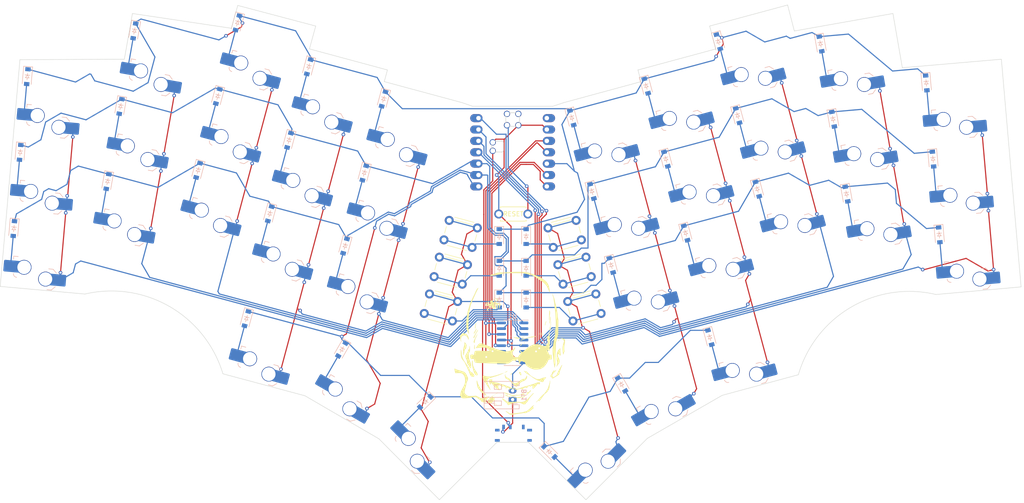
<source format=kicad_pcb>
(kicad_pcb (version 20221018) (generator pcbnew)
  (layers (0 "F.Cu" signal) (31 "B.Cu" signal) (34 "B.Paste" user) (35 "F.Paste" user) (36 "B.SilkS" user "B.Silkscreen") (37 "F.SilkS" user "F.Silkscreen") (38 "B.Mask" user) (39 "F.Mask" user) (44 "Edge.Cuts" user))
  (net 0 "")
  (net 1 "ROW1")
  (net 2 "Net-(D1-A)")
  (net 3 "Net-(D2-A)")
  (net 4 "Net-(D3-A)")
  (net 5 "Net-(D4-A)")
  (net 6 "Net-(D5-A)")
  (net 7 "Net-(D6-A)")
  (net 8 "Net-(D7-A)")
  (net 9 "Net-(D8-A)")
  (net 10 "Net-(D9-A)")
  (net 11 "Net-(D10-A)")
  (net 12 "Net-(D11-A)")
  (net 13 "Net-(D12-A)")
  (net 14 "ROW2")
  (net 15 "Net-(D13-A)")
  (net 16 "Net-(D14-A)")
  (net 17 "Net-(D15-A)")
  (net 18 "Net-(D16-A)")
  (net 19 "Net-(D17-A)")
  (net 20 "Net-(D18-A)")
  (net 21 "Net-(D19-A)")
  (net 22 "Net-(D20-A)")
  (net 23 "Net-(D21-A)")
  (net 24 "Net-(D22-A)")
  (net 25 "Net-(D23-A)")
  (net 26 "Net-(D24-A)")
  (net 27 "ROW3")
  (net 28 "Net-(D25-A)")
  (net 29 "Net-(D26-A)")
  (net 30 "Net-(D27-A)")
  (net 31 "Net-(D28-A)")
  (net 32 "Net-(D29-A)")
  (net 33 "Net-(D30-A)")
  (net 34 "Net-(D31-A)")
  (net 35 "Net-(D32-A)")
  (net 36 "Net-(D33-A)")
  (net 37 "Net-(D34-A)")
  (net 38 "Net-(D35-A)")
  (net 39 "Net-(D36-A)")
  (net 40 "ROW4")
  (net 41 "Net-(D37-A)")
  (net 42 "Net-(D38-A)")
  (net 43 "Net-(D39-A)")
  (net 44 "Net-(D40-A)")
  (net 45 "Net-(D41-A)")
  (net 46 "Net-(D42-A)")
  (net 47 "VBAT")
  (net 48 "COL1")
  (net 49 "COL2")
  (net 50 "COL3")
  (net 51 "COL4")
  (net 52 "COL5")
  (net 53 "COL6")
  (net 54 "COL8")
  (net 55 "COL9")
  (net 56 "COL10")
  (net 57 "COL11")
  (net 58 "COL12")
  (net 59 "GND")
  (net 60 "COL7")
  (net 61 "RESET")
  (net 63 "BAT+")
  (net 65 "VCC")
  (net 66 "SCK")
  (net 67 "IO_CS")
  (net 68 "MOSI")
  (footprint "sepp:SW_choc_HS_1u" (layer "F.Cu") (at 126.295724 142.814818 -15)
    (fp_text reference "SW16" hide)
    (fp_text value "choc_SW_HS" hide)
  )
  (footprint "MountingHole:MountingHole_2.2mm_M2_DIN965" (layer "F.Cu") (at 261.789951 167.59826)
    (fp_text reference "H7" hide)
    (fp_text value "MountingHole")
  )
  (footprint "sepp:ResetSW" (layer "F.Cu") (at 169.684251 152.643044)
    (fp_text reference "SW43" hide)
    (fp_text value "SW_Push")
  )
  (footprint "sepp:SW_choc_HS_1u" (layer "F.Cu") (at 121.895798 159.235562 -15)
    (fp_text reference "SW28" hide)
    (fp_text value "choc_SW_HS" hide)
  )
  (footprint "sepp:SW_choc_HS_1u" (layer "F.Cu") (at 252.881365 151.363497 10)
    (fp_text reference "SW35" hide)
    (fp_text value "choc_SW_HS" hide)
  )
  (footprint "sepp:actionswitch" (layer "F.Cu") (at 150.976157 170.486692 -15)
    (fp_text reference "SW30" hide)
    (fp_text value "actionswitch")
  )
  (footprint "MountingHole:MountingHole_2.2mm_M2_DIN965" (layer "F.Cu") (at 258.039949 122.972837)
    (fp_text reference "H3" hide)
    (fp_text value "MountingHole")
  )
  (footprint "sepp:SW_choc_HS_1u" (layer "F.Cu") (at 202.908904 190.961281 30)
    (fp_text reference "SW41" hide)
    (fp_text value "choc_SW_HS" hide)
  )
  (footprint "sepp:SW_choc_HS_1u" (layer "F.Cu") (at 136.171 190.961285 -30)
    (fp_text reference "SW38" hide)
    (fp_text value "choc_SW_HS" hide)
  )
  (footprint "sepp:SW_choc_HS_1u" (layer "F.Cu") (at 105.880878 149.457409 -15)
    (fp_text reference "SW27" hide)
    (fp_text value "choc_SW_HS" hide)
  )
  (footprint "MountingHole:MountingHole_2.2mm_M2_DIN965" (layer "F.Cu") (at 141.08071 180.971577)
    (fp_text reference "H2" hide)
    (fp_text value "MountingHole")
  )
  (footprint "sepp:SW_choc_HS_1u" (layer "F.Cu") (at 110.280802 133.03667 -15)
    (fp_text reference "SW15" hide)
    (fp_text value "choc_SW_HS" hide)
  )
  (footprint "sepp:SW_choc_HS_1u" (layer "F.Cu") (at 208.384244 126.394086 15)
    (fp_text reference "SW9" hide)
    (fp_text value "choc_SW_HS" hide)
  )
  (footprint "MountingHole:MountingHole_2.2mm_M2_DIN965" (layer "F.Cu") (at 77.289943 166.889923)
    (fp_text reference "H5" hide)
    (fp_text value "MountingHole" hide)
  )
  (footprint "sepp:SW_choc_HS_1u" (layer "F.Cu") (at 196.096319 150.081566 15)
    (fp_text reference "SW20" hide)
    (fp_text value "choc_SW_HS" hide)
  )
  (footprint "sepp:SW_choc_HS_1u" (layer "F.Cu") (at 273.259503 161.231932 5)
    (fp_text reference "SW36" hide)
    (fp_text value "choc_SW_HS" hide)
  )
  (footprint "sepp:SW_choc_HS_1u" (layer "F.Cu") (at 67.302046 144.296621 -5)
    (fp_text reference "SW13" hide)
    (fp_text value "choc_SW_HS" hide)
  )
  (footprint "sepp:SW_choc_HS_1u" (layer "F.Cu") (at 152.453041 203.606248 -45)
    (fp_text reference "SW39" hide)
    (fp_text value "choc_SW_HS" hide)
  )
  (footprint "sepp:SW_choc_HS_1u" (layer "F.Cu") (at 114.680729 116.615932 -15)
    (fp_text reference "SW3" hide)
    (fp_text value "choc_SW_HS" hide)
  )
  (footprint "sepp:actionswitch" (layer "F.Cu") (at 153.176122 162.27633 -15)
    (fp_text reference "SW18" hide)
    (fp_text value "actionswitch")
  )
  (footprint "sepp:SW_choc_HS_1u" (layer "F.Cu") (at 89.150551 134.62177 -10)
    (fp_text reference "SW14" hide)
    (fp_text value "choc_SW_HS" hide)
  )
  (footprint "sepp:SW_choc_HS_1u" (layer "F.Cu") (at 217.184097 159.235552 15)
    (fp_text reference "SW33" hide)
    (fp_text value "choc_SW_HS" hide)
  )
  (footprint "sepp:actionswitch" (layer "F.Cu") (at 181.825225 172.169021 15)
    (fp_text reference "SW31" hide)
    (fp_text value "actionswitch")
  )
  (footprint "sepp:SW_choc_HS_1u" (layer "F.Cu") (at 116.663015 182.628303 -15)
    (fp_text reference "SW37" hide)
    (fp_text value "choc_SW_HS" hide)
  )
  (footprint "sepp:SW_choc_HS_1u" (layer "F.Cu") (at 246.977336 117.880035 10)
    (fp_text reference "SW11" hide)
    (fp_text value "choc_SW_HS" hide)
  )
  (footprint "sepp:SW_choc_HS_1u" (layer "F.Cu") (at 270.296208 127.361314 5)
    (fp_text reference "SW12" hide)
    (fp_text value "choc_SW_HS" hide)
  )
  (footprint "sepp:SW_choc_HS_1u" (layer "F.Cu") (at 142.983577 150.081569 -15)
    (fp_text reference "SW17" hide)
    (fp_text value "choc_SW_HS" hide)
  )
  (footprint "sepp:SW_choc_HS_1u" (layer "F.Cu") (at 186.626863 203.606248 45)
    (fp_text reference "SW40" hide)
    (fp_text value "choc_SW_HS" hide)
  )
  (footprint "sepp:SW_choc_HS_1u" (layer "F.Cu") (at 138.583658 166.502304 -15)
    (fp_text reference "SW29" hide)
    (fp_text value "choc_SW_HS" hide)
  )
  (footprint "sepp:SW_choc_HS_1u" (layer "F.Cu") (at 68.783691 127.361315 -5)
    (fp_text reference "SW1" hide)
    (fp_text value "choc_SW_HS" hide)
  )
  (footprint "sepp:SW_choc_HS_1u" (layer "F.Cu") (at 92.102573 117.880034 -10)
    (fp_text reference "SW2" hide)
    (fp_text value "choc_SW_HS" hide)
  )
  (footprint "sepp:SW_choc_HS_1u" (layer "F.Cu") (at 86.198534 151.363499 -10)
    (fp_text reference "SW26" hide)
    (fp_text value "choc_SW_HS" hide)
  )
  (footprint "sepp:SW_choc_HS_1u" (layer "F.Cu") (at 65.820398 161.231933 -5)
    (fp_text reference "SW25" hide)
    (fp_text value "choc_SW_HS" hide)
  )
  (footprint "sepp:SW_choc_HS_1u" (layer "F.Cu") (at 222.416891 182.628299 15)
    (fp_text reference "SW42" hide)
    (fp_text value "choc_SW_HS" hide)
  )
  (footprint "sepp:SW_choc_HS_1u" (layer "F.Cu") (at 271.777859 144.296619 5)
    (fp_text reference "SW24" hide)
    (fp_text value "choc_SW_HS" hide)
  )
  (footprint "sepp:SW_choc_HS_1u" (layer "F.Cu") (at 228.799097 133.036672 15)
    (fp_text reference "SW22" hide)
    (fp_text value "choc_SW_HS" hide)
  )
  (footprint "sepp:spider" (layer "F.Cu") (at 169.06587 182.543642)
    (fp_text reference "G***" hide)
    (fp_text value "LOGO" hide)
  )
  (footprint "sepp:SW_choc_HS_1u" (layer "F.Cu") (at 233.199017 149.457407 15)
    (fp_text reference "SW34" hide)
    (fp_text value "choc_SW_HS" hide)
  )
  (footprint "sepp:SW_choc_HS_1u" (layer "F.Cu") (at 200.496253 166.502303 15)
    (fp_text reference "SW32" hide)
    (fp_text value "choc_SW_HS" hide)
  )
  (footprint "sepp:actionswitch" (layer "F.Cu") (at 177.4253 155.748288 15)
    (fp_text reference "SW7" hide)
    (fp_text value "actionswitch")
  )
  (footprint "MountingHole:MountingHole_2.2mm_M2_DIN965" (layer "F.Cu") (at 198.080712 180.97158)
    (fp_text reference "H4" hide)
    (fp_text value "MountingHole")
  )
  (footprint "sepp:actionswitch" (layer "F.Cu") (at 155.376081 154.065955 -15)
    (fp_text reference "SW6" hide)
    (fp_text value "actionswitch")
  )
  (footprint "sepp:SW_choc_HS_1u" (layer "F.Cu") (at 191.696398 133.660825 15)
    (fp_text reference "SW8" hide)
    (fp_text value "choc_SW_HS" hide)
  )
  (footprint "MountingHole:MountingHole_2.2mm_M2_DIN965" (layer "F.Cu") (at 182.289945 147.764744)
    (fp_text reference "H8" hide)
    (fp_text value "MountingHole")
  )
  (footprint "sepp:SW_choc_HS_1u" (layer "F.Cu") (at 212.784174 142.814819 15)
    (fp_text reference "SW21" hide)
    (fp_text value "choc_SW_HS" hide)
  )
  (footprint "sepp:SW_choc_HS_1u" (layer "F.Cu") (at 130.695652 126.394082 -15)
    (fp_text reference "SW4" hide)
    (fp_text value "choc_SW_HS" hide)
  )
  (footprint "sepp:SW_choc_HS_1u" (layer "F.Cu") (at 224.399168 116.615926 15)
    (fp_text reference "SW10" hide)
    (fp_text value "choc_SW_HS" hide)
  )
  (footprint "sepp:actionswitch" (layer "F.Cu") (at 179.625263 163.958657 15)
    (fp_text reference "SW19" hide)
    (fp_text value "actionswitch")
  )
  (footprint "sepp:xiao-ble-smd-cutout-geist" (layer "F.Cu") (at 169.53425 138.867951)
    (fp_text reference "U2" hide)
    (fp_text value "xiao-ble" hide)
    (fp_line (start -4.699 -0.7488) (end -4.699 -1.7902) (stroke (width 0.12)) (layer "Edge.Cuts"))
    (fp_line (start -4.0132 -2.476) (end -2.413 -2.476) (stroke (width 0.12)) (layer "Edge.Cuts"))
    (fp_line (start -2.413 -0.063) (end -4.0132 -0.063) (stroke (width 0.12)) (layer "Edge.Cuts"))
    (fp_line (start -2.032 -2.095) (end -2.032 -0.444) (stroke (width 0.12)) (layer "Edge.Cuts"))
    (fp_line (start -1.524 -6.4638) (end -1.524 -8.1402) (stroke (width 0.12)) (layer "Edge.Cuts"))
    (fp_line (start -0.8382 -8.826) (end 0.8382 -8.826) (stroke (width 0.12)) (layer "Edge.Cuts"))
    (fp_line (start -0.8382 -5.778) (end 0.8382 -5.778) (stroke (width 0.12)) (layer "Edge.Cuts"))
    (fp_line (start 1.524 -6.4638) (end 1.524 -8.1402) (stroke (width 0.12)) (layer "Edge.Cuts"))
    (fp_arc (start -4.699 -0.7488) (mid -4.095391 -0.666609) (end -4.0132 -0.063) (stroke (width 0.12)) (layer "Edge.Cuts"))
    (fp_arc (start -4.0132 -2.476) (mid -4.095391 -1.872391) (end -4.699 -1.7902) (stroke (width 0.12)) (layer "Edge.Cuts"))
    (fp_arc (start -2.413 -2.476) (mid -2.143592 -2.364408) (end -2.032 -2.095) (stroke (width 0.12)) (layer "Edge.Cuts"))
    (fp_arc (start -2.032 -0.444) (mid -2.143592 -0.174592) (end -2.413 -0.063) (stroke (width 0.12)) (layer "Edge.Cuts"))
    (fp_arc (start -1.524 -6.4638) (mid -0.920391 -6.381609) (end -0.8382 -5.778) (stroke (width 0.12)) (layer "Edge.Cuts"))
    (fp_arc (start -0.8382 -8.826) (mid -0.920391 -8.222391) (end -1.524 -8.1402) (stroke (width 0.12)) (layer "Edge.Cuts"))
    (fp_arc (start 0.8382 -5.778) (mid 0.920391 -6.381609) (end 1.524 -6.4638) (stroke (width 0.12)) (layer "Edge.Cuts"))
    (fp_arc (start 1.524 -8.1402) (mid 0.920393 -8.222393) (end 0.8382 -8.826) (stroke (width 0.12)) (layer "Edge.Cuts"))
  )
  (footprint "sepp:SW_choc_HS_1u" (layer "F.Cu") (at 147.383502 133.660821 -15)
    (fp_text reference "SW5" hide)
    (fp_text value "choc_SW_HS" hide)
  )
  (footprint "sepp:SW_choc_HS_1u" (layer "F.Cu") (at 249.929351 134.621768 10)
    (fp_text reference "SW23" hide)
    (fp_text value "choc_SW_HS" hide)
  )
  (footprint "MountingHole:MountingHole_2.2mm_M2_DIN965" (layer "F.Cu") (at 156.789947 147.764741)
    (fp_text reference "H6" hide)
    (fp_text value "MountingHole")
  )
  (footprint "MountingHole:MountingHole_2.2mm_M2_DIN965" (layer "F.Cu") (at 78.789952 120.847823)
    (fp_text reference "H1" hide)
    (fp_text value "MountingHole")
  )
  (footprint "sepp:D_SOD-123" (layer "B.Cu") (at 124.03425 119.793044 -105)
    (fp_text reference "D4" hide)
    (fp_text value "1N4148W")
  )
  (footprint "sepp:D_SOD-123" (layer "B.Cu") (at 136.434248 143.493043 -105)
    (fp_text reference "D17" hide)
    (fp_text value "1N4148W")
  )
  (footprint "sepp:D_SOD-123" (layer "B.Cu") (at 172.53995 171.848301 -90)
    (fp_text reference "D31" hide)
    (fp_text value "1N4148W")
  )
  (footprint "sepp:D_SOD-123" (layer "B.Cu") (at 115.334249 152.593042 -105)
    (fp_text reference "D28" hide)
    (fp_text value "1N4148W")
  )
  (footprint "sepp:D_SOD-123" (layer "B.Cu") (at 182.734246 131.193045 -75)
    (fp_text reference "D8" hide)
    (fp_text value "1N4148W")
  )
  (footprint "sepp:D_SOD-123" (layer "B.Cu") (at 82.03425 128.639562 -100)
    (fp_text reference "D14" hide)
    (fp_text value "1N4148W")
  )
  (footprint "sepp:D_SOD-123" (layer "B.Cu") (at 61.234244 121.993044 -95)
    (fp_text reference "D1" hide)
    (fp_text value "1N4148W")
  )
  (footprint "sepp:D_SOD-123" (layer "B.Cu") (at 59.634243 138.893044 -95)
    (fp_text reference "D13" hide)
    (fp_text value "1N4148W")
  )
  (footprint "sepp:D_SOD-123" (layer "B.Cu") (at 199.334245 124.093047 -75)
    (fp_text reference "D9" hide)
    (fp_text value "1N4148W")
  )
  (footprint "sepp:D_SOD-123" (layer "B.Cu") (at 150.034248 194.593046 -135)
    (fp_text reference "D39" hide)
    (fp_text value "1N4148W")
  )
  (footprint "sepp:D_SOD-123" (layer "B.Cu") (at 219.734248 130.693049 -75)
    (fp_text reference "D22" hide)
    (fp_text value "1N4148W")
  )
  (footprint "sepp:D_SOD-123" (layer "B.Cu") (at 213.534246 180.19304 -75)
    (fp_text reference "D42" hide)
    (fp_text value "1N4148W")
  )
  (footprint "sepp:D_SOD-123" (layer "B.Cu") (at 241.034246 131.493048 -80)
    (fp_text reference "D23" hide)
    (fp_text value "1N4148W")
  )
  (footprint "sepp:switch-MSK-12C02-smd" (layer "B.Cu") (at 169.709246 203.368044 90)
    (fp_text reference "SW44")
    (fp_text value "SW_SPDT")
  )
  (footprint "sepp:D_SOD-123" (layer "B.Cu") (at 166.539948 164.764896 -90)
    (fp_text reference "D18" hide)
    (fp_text value "1N4148W")
  )
  (footprint "sepp:D_SOD-123" (layer "B.Cu") (at 103.734247 126.393045 -105)
    (fp_text reference "D15" hide)
    (fp_text value "1N4148W")
  )
  (footprint "sepp:D_SOD-123" (layer "B.Cu") (at 166.53995 171.848301 -90)
    (fp_text reference "D30" hide)
    (fp_text value "1N4148W")
  )
  (footprint "sepp:D_SOD-123" (layer "B.Cu") (at 140.734247 126.993044 -105)
    (fp_text reference "D5" hide)
    (fp_text value "1N4148W")
  )
  (footprint "sepp:D_SOD-123" (layer "B.Cu") (at 110.134248 175.993045 -105)
    (fp_text reference "D37" hide)
    (fp_text value "1N4148W")
  )
  (footprint "sepp:D_SOD-123" (layer "B.Cu") (at 99.334246 142.893045 -105)
    (fp_text reference "D27" hide)
    (fp_text value "1N4148W")
  )
  (footprint "sepp:D_SOD-123" (layer "B.Cu") (at 172.539945 164.764897 -90)
    (fp_text reference "D19" hide)
    (fp_text value "1N4148W")
  )
  (footprint "Connector_JST:JST_PH_S2B-PH-K_1x02_P2.00mm_Horizontal" (layer "B.Cu") (at 169.530711 194.063331 90)
    (fp_text reference "BT1")
    (fp_text value "Battery_Cell")
  )
  (footprint "sepp:D_SOD-123" (layer "B.Cu") (at 131.434247 182.893043 -120)
    (fp_text reference "D38" hide)
    (fp_text value "1N4148W")
  )
  (footprint "sepp:D_SOD-123" (layer "B.Cu") (at 85.134245 111.793043 -100)
    (fp_text reference "D2" hide)
    (fp_text value "1N4148W")
  )
  (footprint "sepp:D_SOD-123" (layer "B.Cu") (at 58.234244 155.893043 -95)
    (fp_text reference "D25" hide)
    (fp_text value "1N4148W")
  )
  (footprint "sepp:D_SOD-123" (layer "B.Cu") (at 238.234246 114.693046 -80)
    (fp_text reference "D11" hide)
    (fp_text value "1N4148W")
  )
  (footprint "sepp:D_SOD-123" (layer "B.Cu") (at 108.13425 109.993043 -105)
    (fp_text reference "D3" hide)
    (fp_text value "1N4148W")
  )
  (footprint "sepp:D_SOD-123" (layer "B.Cu") (at 264.734245 157.293046 -85)
    (fp_text reference "D36" hide)
    (fp_text value "1N4148W")
  )
  (footprint "Package_SO:SOP-16_3.9x9.9mm_P1.27mm" (layer "B.Cu") (at 169.534246 181.393043 180)
    (fp_text reference "U1")
    (fp_text value "74HC595")
  )
  (footprint "sepp:D_SOD-123" (layer "B.Cu") (at 177.734248 205.69304 -45)
    (fp_text reference "D40" hide)
    (fp_text value "1N4148W")
  )
  (footprint "sepp:D_SOD-123" (layer "B.Cu") (at 79.134247 145.393042 -100)
    (fp_text reference "D26" hide)
    (fp_text value "1N4148W")
  )
  (footprint "sepp:D_SOD-123" (layer "B.Cu") (at 244.034248 148.193047 -80)
    (fp_text reference "D35" hide)
    (fp_text value "1N4148W")
  )
  (footprint "sepp:D_SOD-123" (layer "B.Cu") (at 119.634246 136.193042 -105)
    (fp_text reference "D16" hide)
    (fp_text value "1N4148W")
  )
  (footprint "sepp:D_SOD-123" (layer "B.Cu") (at 132.134248 159.793043 -105)
    (fp_text reference "D29" hide)
    (fp_text value "1N4148W")
  )
  (footprint "sepp:D_SOD-123" (layer "B.Cu") (at 172.539948 157.6815 -90)
    (fp_text reference "D7" hide)
    (fp_text value "1N4148W")
  )
  (footprint "sepp:D_SOD-123" (layer "B.Cu") (at 193.834247 190.693042 -60)
    (fp_text reference "D41" hide)
    (fp_text value "1N4148W")
  )
  (footprint "sepp:D_SOD-123" (layer "B.Cu") (at 203.734244 140.393044 -75)
    (fp_text reference "D21" hide)
    (fp_text value "1N4148W")
  )
  (footprint "sepp:D_SOD-123" (layer "B.Cu") (at 187.234245 147.593045 -75)
    (fp_text reference "D20" hide)
    (fp_text value "1N4148W")
  )
  (footprint "sepp:D_SOD-123" (layer "B.Cu") (at 208.134249 156.893044 -75)
    (fp_text reference "D33" hide)
    (fp_text value "1N4148W")
  )
  (footprint "sepp:D_SOD-123" (layer "B.Cu") (at 166.539947 157.6815 -90)
    (fp_text reference "D6" hide)
    (fp_text value "1N4148W")
  )
  (footprint "sepp:D_SOD-123" (layer "B.Cu") (at 191.534244 164.093047 -75)
    (fp_text reference "D32" hide)
    (fp_text value "1N4148W")
  )
  (footprint "sepp:D_SOD-123" (layer "B.Cu") (at 224.134247 147.09304 -75)
    (fp_text reference "D34" hide)
    (fp_text value "1N4148W")
  )
  (footprint "sepp:D_SOD-123" (layer "B.Cu") (at 215.434248 114.193041 -75)
    (fp_text reference "D10" hide)
    (fp_text value "1N4148W")
  )
  (footprint "sepp:D_SOD-123" (layer "B.Cu") (at 263.334246 140.393049 -85)
    (fp_text reference "D24" hide)
    (fp_text value "1N4148W")
  )
  (footprint "sepp:D_SOD-123" (layer "B.Cu") (at 261.834246 123.393048 -85)
    (fp_text reference "D12" hide)
    (fp_text value "1N4148W")
  )
  (gr_line (start 140.889951 123.105324) (end 141.589951 120.50532) (stroke (width 0.1)) (layer "Edge.Cuts"))
  (gr_line (start 216.289944 193.105317) (end 233.289947 188.505322) (stroke (width 0.1)) (layer "Edge.Cuts"))
  (gr_line (start 214.88995 115.805321) (end 197.489948 120.50532) (stroke (width 0.1)) (layer "Edge.Cuts"))
  (gr_line (start 230.889947 106.005319) (end 213.48995 110.705317) (stroke (width 0.1)) (layer "Edge.Cuts"))
  (gr_line (start 84.689947 107.905319) (end 82.889945 118.105319) (stroke (width 0.1)) (layer "Edge.Cuts"))
  (gr_line (start 173.08995 203.605316) (end 185.88995 216.405318) (stroke (width 0.1)) (layer "Edge.Cuts"))
  (gr_arc (start 74.08995 170.50532) (mid 93.013605 173.308209) (end 104.889953 188.305319) (stroke (width 0.1)) (layer "Edge.Cuts"))
  (gr_line (start 165.989951 203.605318) (end 173.08995 203.605316) (stroke (width 0.1)) (layer "Edge.Cuts"))
  (gr_line (start 254.389948 107.90532) (end 232.389946 111.805315) (stroke (width 0.1)) (layer "Edge.Cuts"))
  (gr_line (start 197.489948 120.50532) (end 198.189952 123.105315) (stroke (width 0.1)) (layer "Edge.Cuts"))
  (gr_line (start 124.18995 115.805323) (end 125.589948 110.705319) (stroke (width 0.1)) (layer "Edge.Cuts"))
  (gr_line (start 108.189949 106.105318) (end 106.789952 111.205321) (stroke (width 0.1)) (layer "Edge.Cuts"))
  (gr_line (start 198.189952 123.105315) (end 180.889948 127.805314) (stroke (width 0.1)) (layer "Edge.Cuts"))
  (gr_line (start 106.789952 111.205321) (end 84.689947 107.905319) (stroke (width 0.1)) (layer "Edge.Cuts"))
  (gr_line (start 55.189947 168.805315) (end 74.08995 170.50532) (stroke (width 0.1)) (layer "Edge.Cuts"))
  (gr_line (start 125.589948 110.705319) (end 108.189949 106.105318) (stroke (width 0.1)) (layer "Edge.Cuts"))
  (gr_line (start 199.589951 202.705315) (end 216.289944 193.105317) (stroke (width 0.1)) (layer "Edge.Cuts"))
  (gr_line (start 185.88995 216.405318) (end 199.589951 202.705315) (stroke (width 0.1)) (layer "Edge.Cuts"))
  (gr_line (start 59.58995 118.205317) (end 55.189947 168.805315) (stroke (width 0.1)) (layer "Edge.Cuts"))
  (gr_line (start 160.589947 128.605317) (end 158.289947 127.805322) (stroke (width 0.1)) (layer "Edge.Cuts"))
  (gr_line (start 278.589951 118.105322) (end 256.489952 120.005321) (stroke (width 0.1)) (layer "Edge.Cuts"))
  (gr_line (start 256.489952 120.005321) (end 254.389948 107.90532) (stroke (width 0.1)) (layer "Edge.Cuts"))
  (gr_line (start 141.589951 120.50532) (end 124.18995 115.805323) (stroke (width 0.1)) (layer "Edge.Cuts"))
  (gr_line (start 213.48995 110.705317) (end 214.88995 115.805321) (stroke (width 0.1)) (layer "Edge.Cuts"))
  (gr_line (start 178.489949 128.605318) (end 160.589947 128.605317) (stroke (width 0.1)) (layer "Edge.Cuts"))
  (gr_line (start 232.389946 111.805315) (end 230.889947 106.005319) (stroke (width 0.1)) (layer "Edge.Cuts"))
  (gr_line (start 153.189954 216.405315) (end 165.989951 203.605318) (stroke (width 0.1)) (layer "Edge.Cuts"))
  (gr_line (start 282.989948 168.905321) (end 278.589951 118.105322) (stroke (width 0.1)) (layer "Edge.Cuts"))
  (gr_line (start 139.689952 202.805321) (end 153.189954 216.405315) (stroke (width 0.1)) (layer "Edge.Cuts"))
  (gr_line (start 158.289947 127.805322) (end 140.889951 123.105324) (stroke (width 0.1)) (layer "Edge.Cuts"))
  (gr_line (start 123.189947 193.205321) (end 139.689952 202.805321) (stroke (width 0.1)) (layer "Edge.Cuts"))
  (gr_line (start 263.989952 170.605326) (end 282.989948 168.905321) (stroke (width 0.1)) (layer "Edge.Cuts"))
  (gr_line (start 180.889948 127.805314) (end 178.489949 128.605318) (stroke (width 0.1)) (layer "Edge.Cuts"))
  (gr_arc (start 233.289947 188.505322) (mid 245.064732 173.423523) (end 263.989952 170.605326) (stroke (width 0.1)) (layer "Edge.Cuts"))
  (gr_line (start 104.889953 188.305319) (end 123.189947 193.205321) (stroke (width 0.1)) (layer "Edge.Cuts"))
  (gr_line (start 82.889945 118.105319) (end 59.58995 118.205317) (stroke (width 0.1)) (layer "Edge.Cuts"))
  (segment (start 109.24155 110.026006) (end 109.008611 110.895339) (width 0.25) (layer "F.Cu") (net 1))
  (segment (start 109.008611 110.895339) (end 105.579325 112.875236) (width 0.25) (layer "F.Cu") (net 1))
  (segment (start 216.208915 113.299786) (end 216.571262 114.652083) (width 0.25) (layer "F.Cu") (net 1))
  (segment (start 216.571262 114.652083) (end 214.944916 117.468995) (width 0.25) (layer "F.Cu") (net 1))
  (via (at 105.579325 112.875236) (size 0.8) (drill 0.4) (layers "F.Cu" "B.Cu") (net 1))
  (via (at 109.24155 110.026006) (size 0.8) (drill 0.4) (layers "F.Cu" "B.Cu") (net 1))
  (via (at 214.944916 117.468995) (size 0.8) (drill 0.4) (layers "F.Cu" "B.Cu") (net 1))
  (via (at 216.208915 113.299786) (size 0.8) (drill 0.4) (layers "F.Cu" "B.Cu") (net 1))
  (segment (start 166.539946 156.031505) (end 172.539944 156.0315) (width 0.25) (layer "B.Cu") (net 1))
  (segment (start 183.909864 152.253115) (end 173.039794 155.16574) (width 0.25) (layer "B.Cu") (net 1))
  (segment (start 108.561296 108.399268) (end 121.101774 111.759481) (width 0.25) (layer "B.Cu") (net 1))
  (segment (start 231.466662 113.453985) (end 230.611863 112.960465) (width 0.25) (layer "B.Cu") (net 1))
  (segment (start 236.349808 112.145554) (end 231.466662 113.453985) (width 0.25) (layer "B.Cu") (net 1))
  (segment (start 215.009324 112.607202) (end 216.208915 113.299786) (width 0.25) (layer "B.Cu") (net 1))
  (segment (start 85.420763 110.168111) (end 89.714553 117.605168) (width 0.25) (layer "B.Cu") (net 1))
  (segment (start 103.987159 113.794478) (end 105.579325 112.875236) (width 0.25) (layer "B.Cu") (net 1))
  (segment (start 76.277463 122.934108) (end 75.428938 121.464411) (width 0.25) (layer "B.Cu") (net 1))
  (segment (start 182.307193 129.599267) (end 180.528689 132.679731) (width 0.25) (layer "B.Cu") (net 1))
  (segment (start 183.319158 143.093908) (end 184.00891 143.492136) (width 0.25) (layer "B.Cu") (net 1))
  (segment (start 72.00437 123.19663) (end 61.378056 120.349321) (width 0.25) (layer "B.Cu") (net 1))
  (segment (start 85.420763 110.168111) (end 85.53211 109.752565) (width 0.25) (layer "B.Cu") (net 1))
  (segment (start 261.690442 121.749328) (end 259.901981 120.248632) (width 0.25) (layer "B.Cu") (net 1))
  (segment (start 197.095817 125.636666) (end 198.907195 122.499267) (width 0.25) (layer "B.Cu") (net 1))
  (segment (start 124.4613 118.19927) (end 139.299914 122.175265) (width 0.25) (layer "B.Cu") (net 1))
  (segment (start 181.633202 141.40795) (end 183.319158 143.093908) (width 0.25) (layer "B.Cu") (net 1))
  (segment (start 180.528689 132.679731) (end 183.319158 143.093908) (width 0.25) (layer "B.Cu") (net 1))
  (segment (start 108.479213 108.705606) (end 109.24155 110.026006) (width 0.25) (layer "B.Cu") (net 1))
  (segment (start 237.947725 113.068113) (end 236.349808 112.145554) (width 0.25) (layer "B.Cu") (net 1))
  (segment (start 259.901981 120.248632) (end 254.303834 120.738406) (width 0.25) (layer "B.Cu") (net 1))
  (segment (start 85.53211 109.752565) (end 86.600493 109.135733) (width 0.25) (layer "B.Cu") (net 1))
  (segment (start 181.85157 129.143642) (end 182.307194 129.599267) (width 0.25) (layer "B.Cu") (net 1))
  (segment (start 182.307197 129.599265) (end 197.095817 125.636666) (width 0.25) (layer "B.Cu") (net 1))
  (segment (start 75.428938 121.464411) (end 75.139157 121.386766) (width 0.25) (layer "B.Cu") (net 1))
  (segment (start 84.874204 125.237594) (end 76.277463 122.934108) (width 0.25) (layer "B.Cu") (net 1))
  (segment (start 185.580884 149.358823) (end 183.909864 152.253115) (width 0.25) (layer "B.Cu") (net 1))
  (segment (start 86.600493 109.135733) (end 103.987159 113.794478) (width 0.25) (layer "B.Cu") (net 1))
  (segment (start 75.139157 121.386766) (end 72.00437 123.19663) (width 0.25) (layer "B.Cu") (net 1))
  (segment (start 184.00891 143.492136) (end 185.580884 149.358823) (width 0.25) (layer "B.Cu") (net 1))
  (segment (start 244.481492 112.496482) (end 237.947728 113.068112) (width 0.25) (layer "B.Cu") (net 1))
  (segment (start 141.161298 125.399266) (end 144.905674 129.143643) (width 0.25) (layer "B.Cu") (net 1))
  (segment (start 230.611863 112.960465) (end 225.782233 114.254562) (width 0.25) (layer "B.Cu") (net 1))
  (segment (start 221.6181 111.8504) (end 216.208915 113.299786) (width 0.25) (layer "B.Cu") (net 1))
  (segment (start 124.574934 117.775168) (end 124.4613 118.19927) (width 0.25) (layer "B.Cu") (net 1))
  (segment (start 144.905674 129.143643) (end 181.85157 129.143642) (width 0.25) (layer "B.Cu") (net 1))
  (segment (start 214.944916 117.468995) (end 214.444285 118.336115) (width 0.25) (layer "B.Cu") (net 1))
  (segment (start 225.782233 114.254562) (end 221.6181 111.8504) (width 0.25) (layer "B.Cu") (net 1))
  (segment (start 177.15425 141.40795) (end 181.633202 141.40795) (width 0.25) (layer "B.Cu") (net 1))
  (segment (start 214.444285 118.336115) (end 198.907195 122.499267) (width 0.25) (layer "B.Cu") (net 1))
  (segment (start 215.007192 112.599266) (end 215.009324 112.607202) (width 0.25) (layer "B.Cu") (net 1))
  (segment (start 89.714553 117.605168) (end 88.181017 123.328404) (width 0.25) (layer "B.Cu") (net 1))
  (segment (start 108.561296 108.399268) (end 108.479213 108.705606) (width 0.25) (layer "B.Cu") (net 1))
  (segment (start 139.299914 122.175265) (end 141.161299 125.399264) (width 0.25) (layer "B.Cu") (net 1))
  (segment (start 121.101774 111.759481) (end 124.574934 117.775168) (width 0.25) (layer "B.Cu") (net 1))
  (segment (start 173.039794 155.16574) (end 172.539947 156.031499) (width 0.25) (layer "B.Cu") (net 1))
  (segment (start 88.181017 123.328404) (end 84.874204 125.237594) (width 0.25) (layer "B.Cu") (net 1))
  (segment (start 254.303834 120.738406) (end 244.481492 112.496482) (width 0.25) (layer "B.Cu") (net 1))
  (segment (start 61.090436 123.636766) (end 60.521012 130.145363) (width 0.25) (layer "B.Cu") (net 2))
  (segment (start 60.521012 130.145363) (end 60.243236 130.378441) (width 0.25) (layer "B.Cu") (net 2))
  (segment (start 84.847728 113.417973) (end 83.708779 119.877274) (width 0.25) (layer "B.Cu") (net 3))
  (segment (start 83.708779 119.877274) (end 83.331647 120.141335) (width 0.25) (layer "B.Cu") (net 3))
  (segment (start 107.707196 111.586822) (end 106.000181 117.957491) (width 0.25) (layer "B.Cu") (net 4))
  (segment (start 106.000181 117.957491) (end 105.746097 118.104189) (width 0.25) (layer "B.Cu") (net 4))
  (segment (start 121.886072 127.810141) (end 121.761018 127.882342) (width 0.25) (layer "B.Cu") (net 5))
  (segment (start 123.6072 121.386822) (end 121.886072 127.810141) (width 0.25) (layer "B.Cu") (net 5))
  (segment (start 138.567136 135.080801) (end 138.448875 135.149079) (width 0.25) (layer "B.Cu") (net 6))
  (segment (start 140.307194 128.586822) (end 138.567136 135.080801) (width 0.25) (layer "B.Cu") (net 6))
  (segment (start 161.253364 159.331502) (end 160.489915 160.094947) (width 0.25) (layer "B.Cu") (net 7))
  (segment (start 154.211399 158.412625) (end 160.489915 160.094944) (width 0.25) (layer "B.Cu") (net 7))
  (segment (start 166.539942 159.3315) (end 161.253364 159.331502) (width 0.25) (layer "B.Cu") (net 7))
  (segment (start 178.589987 160.094951) (end 184.868502 158.412631) (width 0.25) (layer "B.Cu") (net 8))
  (segment (start 177.826534 159.331494) (end 178.589987 160.094951) (width 0.25) (layer "B.Cu") (net 8))
  (segment (start 172.539949 159.331499) (end 177.826534 159.331494) (width 0.25) (layer "B.Cu") (net 8))
  (segment (start 183.1613 132.786821) (end 184.863378 139.139069) (width 0.25) (layer "B.Cu") (net 9))
  (segment (start 184.863378 139.139069) (end 184.702913 139.417009) (width 0.25) (layer "B.Cu") (net 9))
  (segment (start 201.460707 132.029115) (end 201.390761 132.150268) (width 0.25) (layer "B.Cu") (net 10))
  (segment (start 199.761298 125.686825) (end 201.460707 132.029115) (width 0.25) (layer "B.Cu") (net 10))
  (segment (start 217.556043 122.111687) (end 217.405685 122.372112) (width 0.25) (layer "B.Cu") (net 11))
  (segment (start 215.861297 115.786822) (end 217.556043 122.111687) (width 0.25) (layer "B.Cu") (net 11))
  (segment (start 239.661399 122.786819) (end 239.508776 123.004791) (width 0.25) (layer "B.Cu") (net 12))
  (segment (start 238.52077 116.317978) (end 239.661399 122.786819) (width 0.25) (layer "B.Cu") (net 12))
  (segment (start 261.978052 125.03677) (end 262.555863 131.641117) (width 0.25) (layer "B.Cu") (net 13))
  (segment (start 262.555863 131.641117) (end 262.409416 131.815642) (width 0.25) (layer "B.Cu") (net 13))
  (segment (start 173.901357 161.753487) (end 183.348291 161.753485) (width 0.25) (layer "B.Cu") (net 14))
  (segment (start 120.300573 133.706281) (end 120.0613 134.599269) (width 0.25) (layer "B.Cu") (net 14))
  (segment (start 136.8613 141.899267) (end 151.672105 145.867811) (width 0.25) (layer "B.Cu") (net 14))
  (segment (start 219.307192 129.099265) (end 227.381875 126.935664) (width 0.25) (layer "B.Cu") (net 14))
  (segment (start 161.91425 141.40795) (end 163.817854 141.40795) (width 0.25) (layer "B.Cu") (net 14))
  (segment (start 103.194218 124.540144) (end 104.161296 124.799269) (width 0.25) (layer "B.Cu") (net 14))
  (segment (start 232.326142 129.790239) (end 234.93414 129.091428) (width 0.25) (layer "B.Cu") (net 14))
  (segment (start 65.328692 132.113122) (end 64.267531 136.073423) (width 0.25) (layer "B.Cu") (net 14))
  (segment (start 68.757973 130.133225) (end 65.328692 132.113122) (width 0.25) (layer "B.Cu") (net 14))
  (segment (start 167.56587 156.943643) (end 168.56587 157.943642) (width 0.25) (layer "B.Cu") (net 14))
  (segment (start 203.307196 138.799265) (end 215.610174 135.502691) (width 0.25) (layer "B.Cu") (net 14))
  (segment (start 82.320767 127.014627) (end 74.332193 131.626829) (width 0.25) (layer "B.Cu") (net 14))
  (segment (start 259.13978 139.103714) (end 247.435876 129.282971) (width 0.25) (layer "B.Cu") (net 14))
  (segment (start 163.817854 141.40795) (end 164.41587 142.005967) (width 0.25) (layer "B.Cu") (net 14))
  (segment (start 64.267531 136.073423) (end 61.453311 137.698208) (width 0.25) (layer "B.Cu") (net 14))
  (segment (start 234.93414 129.091428) (end 237.695799 130.685872) (width 0.25) (layer "B.Cu") (net 14))
  (segment (start 186.348291 160.253486) (end 186.348288 146.45817) (width 0.25) (layer "B.Cu") (net 14))
  (segment (start 184.848289 160.253486) (end 186.348291 160.253486) (width 0.25) (layer "B.Cu") (net 14))
  (segment (start 227.381875 126.935664) (end 232.326142 129.790239) (width 0.25) (layer "B.Cu") (net 14))
  (segment (start 237.695799 130.685872) (end 240.747728 129.868113) (width 0.25) (layer "B.Cu") (net 14))
  (segment (start 82.320767 127.014627) (end 93.650246 130.050351) (width 0.25) (layer "B.Cu") (net 14))
  (segment (start 104.161296 124.799269) (end 117.170661 128.285117) (width 0.25) (layer "B.Cu") (net 14))
  (segment (start 247.435876 129.282971) (end 240.747728 129.868113) (width 0.25) (layer "B.Cu") (net 14))
  (segment (start 186.348288 146.45817) (end 186.807193 145.999265) (width 0.25) (layer "B.Cu") (net 14))
  (segment (start 166.594616 163.114895) (end 166.539948 163.114895) (width 0.25) (layer "B.Cu") (net 14))
  (segment (start 164.41587 142.005967) (end 164.41587 155.607423) (width 0.25) (layer "B.Cu") (net 14))
  (segment (start 172.539946 163.114899) (end 173.901357 161.753487) (width 0.25) (layer "B.Cu") (net 14))
  (segment (start 168.56587 161.143643) (end 166.594616 163.114895) (width 0.25) (layer "B.Cu") (net 14))
  (segment (start 134.949916 138.588659) (end 136.8613 141.899267) (width 0.25) (layer "B.Cu") (net 14))
  (segment (start 74.332193 131.626829) (end 68.757973 130.133225) (width 0.25) (layer "B.Cu") (net 14))
  (segment (start 215.610174 135.502691) (end 219.307192 129.099265) (width 0.25) (layer "B.Cu") (net 14))
  (segment (start 186.807193 145.999265) (end 201.409213 142.08667) (width 0.25) (layer "B.Cu") (net 14))
  (segment (start 160.194805 140.947225) (end 161.914246 141.407953) (width 0.25) (layer "B.Cu") (net 14))
  (segment (start 120.0613 134.599269) (end 134.949916 138.588659) (width 0.25) (layer "B.Cu") (net 14))
  (segment (start 164.41587 155.607423) (end 165.752089 156.943643) (width 0.25) (layer "B.Cu") (net 14))
  (segment (start 166.539944 163.114896) (end 172.539943 163.114893) (width 0.25) (layer "B.Cu") (net 14))
  (segment (start 172.539943 163.114893) (end 172.539941 163.114901) (width 0.25) (layer "B.Cu") (net 14))
  (segment (start 61.453311 137.698208) (end 59.778054 137.249327) (width 0.25) (layer "B.Cu") (net 14))
  (segment (start 263.19044 138.749326) (end 259.13978 139.103714) (width 0.25) (layer "B.Cu") (net 14))
  (segment (start 168.56587 157.943642) (end 168.56587 161.143643) (width 0.25) (layer "B.Cu") (net 14))
  (segment (start 117.170661 128.285117) (end 120.300573 133.706281) (width 0.25) (layer "B.Cu") (net 14))
  (segment (start 165.752089 156.943643) (end 167.56587 156.943643) (width 0.25) (layer "B.Cu") (net 14))
  (segment (start 183.348291 161.753485) (end 184.848289 160.253486) (width 0.25) (layer "B.Cu") (net 14))
  (segment (start 151.672105 145.867811) (end 160.194805 140.947225) (width 0.25) (layer "B.Cu") (net 14))
  (segment (start 93.650246 130.050351) (end 103.194218 124.540144) (width 0.25) (layer "B.Cu") (net 14))
  (segment (start 201.409213 142.08667) (end 203.307196 138.799265) (width 0.25) (layer "B.Cu") (net 14))
  (segment (start 58.908305 147.190647) (end 58.761586 147.313754) (width 0.25) (layer "B.Cu") (net 15))
  (segment (start 59.49044 140.536766) (end 58.908305 147.190647) (width 0.25) (layer "B.Cu") (net 15))
  (segment (start 81.747728 130.264489) (end 80.609016 136.722453) (width 0.25) (layer "B.Cu") (net 16))
  (segment (start 80.609016 136.722453) (end 80.379629 136.883071) (width 0.25) (layer "B.Cu") (net 16))
  (segment (start 103.307198 127.98682) (end 101.593592 134.382081) (width 0.25) (layer "B.Cu") (net 17))
  (segment (start 101.593592 134.382081) (end 101.346173 134.524928) (width 0.25) (layer "B.Cu") (net 17))
  (segment (start 117.479483 144.23473) (end 117.361096 144.303082) (width 0.25) (layer "B.Cu") (net 18))
  (segment (start 119.207196 137.786818) (end 117.479483 144.23473) (width 0.25) (layer "B.Cu") (net 18))
  (segment (start 134.310551 151.418784) (end 134.04895 151.569823) (width 0.25) (layer "B.Cu") (net 19))
  (segment (start 136.007191 145.086824) (end 134.310551 151.418784) (width 0.25) (layer "B.Cu") (net 19))
  (segment (start 160.180381 166.414895) (end 158.289955 168.305321) (width 0.25) (layer "B.Cu") (net 20))
  (segment (start 152.011435 166.622992) (end 158.289955 168.305321) (width 0.25) (layer "B.Cu") (net 20))
  (segment (start 166.539948 166.414898) (end 160.180381 166.414895) (width 0.25) (layer "B.Cu") (net 20))
  (segment (start 178.899528 166.414901) (end 180.789951 168.305325) (width 0.25) (layer "B.Cu") (net 21))
  (segment (start 180.789949 168.305321) (end 187.068466 166.623) (width 0.25) (layer "B.Cu") (net 21))
  (segment (start 172.539947 166.414899) (end 178.899528 166.414901) (width 0.25) (layer "B.Cu") (net 21))
  (segment (start 187.661296 149.186824) (end 189.33545 155.434843) (width 0.25) (layer "B.Cu") (net 22))
  (segment (start 189.33545 155.434843) (end 189.102832 155.837755) (width 0.25) (layer "B.Cu") (net 22))
  (segment (start 205.882784 148.411494) (end 205.79069 148.57101) (width 0.25) (layer "B.Cu") (net 23))
  (segment (start 204.161297 141.98682) (end 205.882784 148.411494) (width 0.25) (layer "B.Cu") (net 23))
  (segment (start 221.873212 138.675775) (end 221.805611 138.792859) (width 0.25) (layer "B.Cu") (net 24))
  (segment (start 220.161297 132.286824) (end 221.873212 138.675775) (width 0.25) (layer "B.Cu") (net 24))
  (segment (start 241.320767 133.117975) (end 242.48377 139.713704) (width 0.25) (layer "B.Cu") (net 25))
  (segment (start 242.48377 139.713704) (end 242.460792 139.746527) (width 0.25) (layer "B.Cu") (net 25))
  (segment (start 264.049 148.562729) (end 263.891065 148.750951) (width 0.25) (layer "B.Cu") (net 26))
  (segment (start 263.478051 142.036771) (end 264.049 148.562729) (width 0.25) (layer "B.Cu") (net 26))
  (segment (start 58.8171 152.610768) (end 58.378056 154.249322) (width 0.25) (layer "B.Cu") (net 27))
  (segment (start 115.061478 149.78714) (end 110.895868 148.670971) (width 0.25) (layer "B.Cu") (net 27))
  (segment (start 168.11587 158.193642) (end 168.115869 160.957247) (width 0.25) (layer "B.Cu") (net 27))
  (segment (start 166.929474 162.143642) (end 165.565869 162.143642) (width 0.25) (layer "B.Cu") (net 27))
  (segment (start 107.898666 143.479662) (end 99.761294 141.299265) (width 0.25) (layer "B.Cu") (net 27))
  (segment (start 219.941874 152.020991) (end 223.707194 145.499265) (width 0.25) (layer "B.Cu") (net 27))
  (segment (start 90.392932 146.708095) (end 72.621619 141.946285) (width 0.25) (layer "B.Cu") (net 27))
  (segment (start 151.163092 147.530587) (end 146.509062 150.217591) (width 0.25) (layer "B.Cu") (net 27))
  (segment (start 205.827518 158.554966) (end 207.707197 155.299264) (width 0.25) (layer "B.Cu") (net 27))
  (segment (start 163.96587 155.793819) (end 165.565693 157.393642) (width 0.25) (layer "B.Cu") (net 27))
  (segment (start 168.06587 168.672382) (end 166.53995 170.198302) (width 0.25) (layer "B.Cu") (net 27))
  (segment (start 151.432303 146.525875) (end 151.163092 147.530587) (width 0.25) (layer "B.Cu") (net 27))
  (segment (start 231.081136 143.523422) (end 235.80497 146.250734) (width 0.25) (layer "B.Cu") (net 27))
  (segment (start 161.91425 143.947951) (end 163.870178 143.947951) (width 0.25) (layer "B.Cu") (net 27))
  (segment (start 130.71822 155.006964) (end 115.761298 150.999266) (width 0.25) (layer "B.Cu") (net 27))
  (segment (start 165.868695 164.143643) (end 167.465869 164.143642) (width 0.25) (layer "B.Cu") (net 27))
  (segment (start 261.87066 155.887274) (end 255.181395 150.274314) (width 0.25) (layer "B.Cu") (net 27))
  (segment (start 163.870178 143.947951) (end 163.965869 144.043642) (width 0.25) (layer "B.Cu") (net 27))
  (segment (start 163.965869 144.043642) (end 163.96587 155.793819) (width 0.25) (layer "B.Cu") (net 27))
  (segment (start 207.707197 155.299264) (end 219.941874 152.020991) (width 0.25) (layer "B.Cu") (net 27))
  (segment (start 189.44829 167.253486) (end 189.448291 163.653487) (width 0.25) (layer "B.Cu") (net 27))
  (segment (start 223.707194 145.499265) (end 231.081136 143.523422) (width 0.25) (layer "B.Cu") (net 27))
  (segment (start 146.509062 150.217591) (end 146.379652 150.700554) (width 0.25) (layer "B.Cu") (net 27))
  (segment (start 132.771706 157.41401) (end 132.561298 158.199266) (width 0.25) (layer "B.Cu") (net 27))
  (segment (start 167.465869 164.143642) (end 168.065869 164.743642) (width 0.25) (layer "B.Cu") (net 27))
  (segment (start 254.911211 147.18611) (end 253.190195 145.742006) (width 0.25) (layer "B.Cu") (net 27))
  (segment (start 242.948262 146.782325) (end 243.747726 146.568116) (width 0.25) (layer "B.Cu") (net 27))
  (segment (start 165.56587 163.840817) (end 165.868695 164.143643) (width 0.25) (layer "B.Cu") (net 27))
  (segment (start 168.065869 164.743642) (end 168.06587 168.672382) (width 0.25) (layer "B.Cu") (net 27))
  (segment (start 72.621619 141.946285) (end 70.919909 142.928769) (width 0.25) (layer "B.Cu") (net 27))
  (segment (start 132.561298 158.199266) (end 130.71822 155.006964) (width 0.25) (layer "B.Cu") (net 27))
  (segment (start 157.804665 142.84679) (end 151.432303 146.525875) (width 0.25) (layer "B.Cu") (net 27))
  (segment (start 264.590439 155.649321) (end 261.87066 155.887274) (width 0.25) (layer "B.Cu") (net 27))
  (segment (start 64.897852 147.630349) (end 64.431978 149.369015) (width 0.25) (layer "B.Cu") (net 27))
  (segment (start 110.895868 148.670971) (end 107.898666 143.479662) (width 0.25) (layer "B.Cu") (net 27))
  (segment (start 168.115869 160.957247) (end 166.929474 162.143642) (width 0.25) (layer "B.Cu") (net 27))
  (segment (start 143.138703 152.571718) (end 141.786406 152.20937) (width 0.25) (layer "B.Cu") (net 27))
  (segment (start 64.431978 149.369015) (end 58.8171 152.610768) (width 0.25) (layer "B.Cu") (net 27))
  (segment (start 115.761298 150.999266) (end 115.061478 149.78714) (width 0.25) (layer "B.Cu") (net 27))
  (segment (start 189.952975 163.653486) (end 191.107194 162.499267) (width 0.25) (layer "B.Cu") (net 27))
  (segment (start 235.80497 146.250734) (end 240.055043 145.111928) (width 0.25) (layer "B.Cu") (net 27))
  (segment (start 67.642197 147.433948) (end 66.000124 146.99395) (width 0.25) (layer "B.Cu") (net 27))
  (segment (start 185.366999 170.198302) (end 187.011814 168.553486) (width 0.25) (layer "B.Cu") (net 27))
  (segment (start 70.919909 142.928769) (end 70.091689 146.019733) (width 0.25) (layer "B.Cu") (net 27))
  (segment (start 172.539949 170.198302) (end 185.366999 170.198302) (width 0.25) (layer "B.Cu") (net 27))
  (segment (start 165.565693 157.393642) (end 167.31587 157.393643) (width 0.25) (layer "B.Cu") (net 27))
  (segment (start 141.786406 152.20937) (end 132.771706 157.41401) (width 0.25) (layer "B.Cu") (net 27))
  (segment (start 66.000124 146.99395) (end 64.897852 147.630349) (width 0.25) (layer "B.Cu") (net 27))
  (segment (start 253.190195 145.742006) (end 243.747726 146.568119) (width 0.25) (layer "B.Cu") (net 27))
  (segment (start 166.539948 170.198305) (end 172.539947 170.198298) (width 0.25) (layer "B.Cu") (net 27))
  (segment (start 172.539947 170.198298) (end 172.53995 170.198302) (width 0.25) (layer "B.Cu") (net 27))
  (segment (start 70.091689 146.019733) (end 67.642197 147.433948) (width 0.25) (layer "B.Cu") (net 27))
  (segment (start 167.31587 157.393643) (end 168.11587 158.193642) (width 0.25) (layer "B.Cu") (net 27))
  (segment (start 165.565869 162.143642) (end 165.56587 163.840817) (width 0.25) (layer "B.Cu") (net 27))
  (segment (start 191.107193 162.499267) (end 205.827518 158.554966) (width 0.25) (layer "B.Cu") (net 27))
  (segment (start 146.379652 150.700554) (end 143.138703 152.571718) (width 0.25) (layer "B.Cu") (net 27))
  (segment (start 188.148291 168.553486) (end 189.44829 167.253486) (width 0.25) (layer "B.Cu") (net 27))
  (segment (start 161.914247 143.947954) (end 157.804665 142.84679) (width 0.25) (layer "B.Cu") (net 27))
  (segment (start 255.181395 150.274314) (end 254.911211 147.18611) (width 0.25) (layer "B.Cu") (net 27))
  (segment (start 99.761294 141.299265) (end 90.392932 146.708095) (width 0.25) (layer "B.Cu") (net 27))
  (segment (start 189.448291 163.653487) (end 189.952975 163.653486) (width 0.25) (layer "B.Cu") (net 27))
  (segment (start 240.055043 145.111928) (end 242.948262 146.782325) (width 0.25) (layer "B.Cu") (net 27))
  (segment (start 187.011814 168.553486) (end 188.148291 168.553486) (width 0.25) (layer "B.Cu") (net 27))
  (segment (start 57.520877 164.04689) (end 57.279937 164.249064) (width 0.25) (layer "B.Cu") (net 28))
  (segment (start 58.090442 157.536765) (end 57.520877 164.04689) (width 0.25) (layer "B.Cu") (net 28))
  (segment (start 77.718704 153.420979) (end 77.427615 153.624802) (width 0.25) (layer "B.Cu") (net 29))
  (segment (start 78.847728 147.017976) (end 77.718704 153.420979) (width 0.25) (layer "B.Cu") (net 29))
  (segment (start 98.907196 144.486822) (end 97.218699 150.788368) (width 0.25) (layer "B.Cu") (net 30))
  (segment (start 97.218699 150.788368) (end 96.946248 150.945668) (width 0.25) (layer "B.Cu") (net 30))
  (segment (start 114.907194 154.186821) (end 113.191196 160.591017) (width 0.25) (layer "B.Cu") (net 31))
  (segment (start 113.191196 160.591017) (end 112.961173 160.723825) (width 0.25) (layer "B.Cu") (net 31))
  (segment (start 129.990562 167.793373) (end 129.649026 167.990559) (width 0.25) (layer "B.Cu") (net 32))
  (segment (start 131.707196 161.386823) (end 129.990562 167.793373) (width 0.25) (layer "B.Cu") (net 32))
  (segment (start 149.811471 174.833359) (end 156.089989 176.515682) (width 0.25) (layer "B.Cu") (net 33))
  (segment (start 156.089989 176.515682) (end 158.240034 176.515682) (width 0.25) (layer "B.Cu") (net 33))
  (segment (start 158.240034 176.515682) (end 160.75223 174.003486) (width 0.25) (layer "B.Cu") (net 33))
  (segment (start 160.75223 174.003486) (end 166.034762 174.003486) (width 0.25) (layer "B.Cu") (net 33))
  (segment (start 166.034762 174.003486) (end 166.539946 173.498301) (width 0.25) (layer "B.Cu") (net 33))
  (segment (start 172.539951 173.498298) (end 179.972523 173.498298) (width 0.25) (layer "B.Cu") (net 34))
  (segment (start 179.972523 173.498298) (end 182.98991 176.515687) (width 0.25) (layer "B.Cu") (net 34))
  (segment (start 182.989909 176.515683) (end 189.268427 174.833364) (width 0.25) (layer "B.Cu") (net 34))
  (segment (start 193.652619 171.998928) (end 193.502765 172.258484) (width 0.25) (layer "B.Cu") (net 35))
  (segment (start 191.961295 165.686823) (end 193.652619 171.998928) (width 0.25) (layer "B.Cu") (net 35))
  (segment (start 208.561297 158.486822) (end 210.268252 164.857262) (width 0.25) (layer "B.Cu") (net 36))
  (segment (start 210.268252 164.857262) (end 210.19061 164.991741) (width 0.25) (layer "B.Cu") (net 36))
  (segment (start 226.276978 155.089837) (end 226.205532 155.21359) (width 0.25) (layer "B.Cu") (net 37))
  (segment (start 224.561296 148.68682) (end 226.276978 155.089837) (width 0.25) (layer "B.Cu") (net 37))
  (segment (start 245.479996 156.392298) (end 245.412806 156.48826) (width 0.25) (layer "B.Cu") (net 38))
  (segment (start 244.320767 149.817979) (end 245.479996 156.392298) (width 0.25) (layer "B.Cu") (net 38))
  (segment (start 265.45951 165.582824) (end 265.37271 165.686265) (width 0.25) (layer "B.Cu") (net 39))
  (segment (start 264.878052 158.936766) (end 265.45951 165.582824) (width 0.25) (layer "B.Cu") (net 39))
  (segment (start 132.432572 179.39095) (end 131.404875 179.984292) (width 0.25) (layer "F.Cu") (net 40))
  (segment (start 138.767516 155.748622) (end 132.432572 179.39095) (width 0.25) (layer "F.Cu") (net 40))
  (via (at 131.404875 179.984292) (size 0.8) (drill 0.4) (layers "F.Cu" "B.Cu") (net 40))
  (via (at 138.767516 155.748622) (size 0.8) (drill 0.4) (layers "F.Cu" "B.Cu") (net 40))
  (segment (start 158.703157 143.553415) (end 157.868239 143.329698) (width 0.25) (layer "B.Cu") (net 40))
  (segment (start 159.502915 144.046016) (end 159.510533 144.017585) (width 0.25) (layer "B.Cu") (net 40))
  (segment (start 146.437983 188.663328) (end 151.200972 193.42632) (width 0.25) (layer "B.Cu") (net 40))
  (segment (start 157.868239 143.329698) (end 156.903742 143.886553) (width 0.25) (layer "B.Cu") (net 40))
  (segment (start 156.902769 143.890185) (end 151.944855 146.752638) (width 0.25) (layer "B.Cu") (net 40))
  (segment (start 132.259248 181.464101) (end 132.884684 181.464101) (width 0.25) (layer "B.Cu") (net 40))
  (segment (start 146.766076 150.997068) (end 146.443229 151.183465) (width 0.25) (layer "B.Cu") (net 40))
  (segment (start 193.009248 189.264104) (end 191.291953 192.238544) (width 0.25) (layer "B.Cu") (net 40))
  (segment (start 142.842188 152.958142) (end 141.849984 152.69228) (width 0.25) (layer "B.Cu") (net 40))
  (segment (start 165.04829 198.153488) (end 175.34829 198.153488) (width 0.25) (layer "B.Cu") (net 40))
  (segment (start 131.404875 180.609728) (end 132.259248 181.464101) (width 0.25) (layer "B.Cu") (net 40))
  (segment (start 160.729482 146.170493) (end 159.502915 144.046016) (width 0.25) (layer "B.Cu") (net 40))
  (segment (start 209.194772 178.599265) (end 202.030709 185.763333) (width 0.25) (layer "B.Cu") (net 40))
  (segment (start 161.91425 146.487951) (end 160.729482 146.170493) (width 0.25) (layer "B.Cu") (net 40))
  (segment (start 132.884684 181.464101) (end 140.083914 188.663332) (width 0.25) (layer "B.Cu") (net 40))
  (segment (start 202.030709 185.763333) (end 199.130709 185.763331) (width 0.25) (layer "B.Cu") (net 40))
  (segment (start 151.944855 146.752638) (end 151.817752 146.82602) (width 0.25) (layer "B.Cu") (net 40))
  (segment (start 176.567523 199.372719) (end 176.567522 204.526314) (width 0.25) (layer "B.Cu") (net 40))
  (segment (start 195.629939 189.264099) (end 193.009248 189.264104) (width 0.25) (layer "B.Cu") (net 40))
  (segment (start 175.34829 198.153488) (end 176.567523 199.372719) (width 0.25) (layer "B.Cu") (net 40))
  (segment (start 159.341259 143.724395) (end 158.703157 143.553415) (width 0.25) (layer "B.Cu") (net 40))
  (segment (start 156.903742 143.886553) (end 156.902769 143.890185) (width 0.25) (layer "B.Cu") (net 40))
  (segment (start 131.404875 179.984292) (end 131.404875 180.609728) (width 0.25) (layer "B.Cu") (net 40))
  (segment (start 139.172205 154.238295) (end 138.767516 155.748622) (width 0.25) (layer "B.Cu") (net 40))
  (segment (start 159.510533 144.017585) (end 159.341259 143.724395) (width 0.25) (layer "B.Cu") (net 40))
  (segment (start 151.817752 146.82602) (end 151.549514 147.8271) (width 0.25) (layer "B.Cu") (net 40))
  (segment (start 191.291953 192.238544) (end 186.557752 193.50707) (width 0.25) (layer "B.Cu") (net 40))
  (segment (start 160.321123 193.426318) (end 165.04829 198.153488) (width 0.25) (layer "B.Cu") (net 40))
  (segment (start 146.895485 150.514107) (end 146.766076 150.997068) (width 0.25) (layer "B.Cu") (net 40))
  (segment (start 140.051816 153.730454) (end 139.172205 154.238295) (width 0.25) (layer "B.Cu") (net 40))
  (segment (start 141.849984 152.69228) (end 140.051816 153.730454) (width 0.25) (layer "B.Cu") (net 40))
  (segment (start 199.130709 185.763331) (end 195.629939 189.264099) (width 0.25) (layer "B.Cu") (net 40))
  (segment (start 143.202279 153.054629) (end 142.842188 152.958142) (width 0.25) (layer "B.Cu") (net 40))
  (segment (start 146.443229 151.183465) (end 143.202279 153.054629) (width 0.25) (layer "B.Cu") (net 40))
  (segment (start 151.549514 147.8271) (end 151.226667 148.013497) (width 0.25) (layer "B.Cu") (net 40))
  (segment (start 110.561297 174.399269) (end 131.404875 179.984292) (width 0.25) (layer "B.Cu") (net 40))
  (segment (start 180.859804 203.376203) (end 176.567521 204.526318) (width 0.25) (layer "B.Cu") (net 40))
  (segment (start 151.200973 193.42632) (end 160.321123 193.426318) (width 0.25) (layer "B.Cu") (net 40))
  (segment (start 186.557752 193.50707) (end 180.859804 203.376203) (width 0.25) (layer "B.Cu") (net 40))
  (segment (start 140.083914 188.663332) (end 146.437983 188.663328) (width 0.25) (layer "B.Cu") (net 40))
  (segment (start 151.226667 148.013497) (end 146.895485 150.514107) (width 0.25) (layer "B.Cu") (net 40))
  (segment (start 213.107193 178.599268) (end 209.194772 178.599265) (width 0.25) (layer "B.Cu") (net 40))
  (segment (start 109.707196 177.586824) (end 107.999501 183.96003) (width 0.25) (layer "B.Cu") (net 41))
  (segment (start 107.999501 183.96003) (end 107.728383 184.116554) (width 0.25) (layer "B.Cu") (net 41))
  (segment (start 130.609246 184.321986) (end 127.304151 190.04658) (width 0.25) (layer "B.Cu") (net 42))
  (segment (start 127.304151 190.04658) (end 127.15562 190.086378) (width 0.25) (layer "B.Cu") (net 42))
  (segment (start 148.867519 195.75977) (end 144.199489 200.427803) (width 0.25) (layer "B.Cu") (net 43))
  (segment (start 144.199489 200.427803) (end 143.971294 200.427803) (width 0.25) (layer "B.Cu") (net 43))
  (segment (start 183.448418 211.407213) (end 183.448419 212.087991) (width 0.25) (layer "B.Cu") (net 44))
  (segment (start 178.900973 206.859767) (end 183.448418 211.407213) (width 0.25) (layer "B.Cu") (net 44))
  (segment (start 197.833941 197.620721) (end 197.643522 198.331375) (width 0.25) (layer "B.Cu") (net 45))
  (segment (start 194.659245 192.121989) (end 197.833941 197.620721) (width 0.25) (layer "B.Cu") (net 45))
  (segment (start 215.632222 188.022801) (end 215.423401 188.384486) (width 0.25) (layer "B.Cu") (net 46))
  (segment (start 213.961298 181.78682) (end 215.632222 188.022801) (width 0.25) (layer "B.Cu") (net 46))
  (segment (start 169.530711 194.063331) (end 169.53071 199.304106) (width 0.25) (layer "F.Cu") (net 47))
  (segment (start 167.591174 201.243642) (end 167.365869 201.243642) (width 0.25) (layer "F.Cu") (net 47))
  (segment (start 169.53071 199.304106) (end 167.591174 201.243642) (width 0.25) (layer "F.Cu") (net 47))
  (via (at 167.365869 201.243642) (size 0.8) (drill 0.4) (layers "F.Cu" "B.Cu") (net 47))
  (segment (start 167.365869 201.243642) (end 167.36587 200.31142) (width 0.25) (layer "B.Cu") (net 47))
  (segment (start 167.36587 200.31142) (end 167.509247 200.168044) (width 0.25) (layer "B.Cu") (net 47))
  (segment (start 69.807663 152.381097) (end 68.63978 165.730102) (width 0.25) (layer "F.Cu") (net 48))
  (segment (start 71.388934 135.454497) (end 70.24719 148.50465) (width 0.25) (layer "F.Cu") (net 48))
  (segment (start 70.24719 148.50465) (end 70.13886 148.595553) (width 0.25) (layer "F.Cu") (net 48))
  (via (at 69.807663 152.381097) (size 0.8) (drill 0.4) (layers "F.Cu" "B.Cu") (net 48))
  (via (at 68.63978 165.730102) (size 0.8) (drill 0.4) (layers "F.Cu" "B.Cu") (net 48))
  (via (at 70.13886 148.595553) (size 0.8) (drill 0.4) (layers "F.Cu" "B.Cu") (net 48))
  (via (at 71.388934 135.454497) (size 0.8) (drill 0.4) (layers "F.Cu" "B.Cu") (net 48))
  (segment (start 168.44829 177.205752) (end 167.435997 178.218045) (width 0.25) (layer "B.Cu") (net 48))
  (segment (start 71.338307 135.394164) (end 71.388934 135.454497) (width 0.25) (layer "B.Cu") (net 48))
  (segment (start 68.494196 167.394112) (end 68.534474 167.442106) (width 0.25) (layer "B.Cu") (net 48))
  (segment (start 69.975847 150.458806) (end 70.016121 150.506803) (width 0.25) (layer "B.Cu") (net 48))
  (segment (start 71.497771 133.571495) (end 71.338307 135.394164) (width 0.25) (layer "B.Cu") (net 48))
  (segment (start 155.727769 182.209928) (end 161.68421 176.253485) (width 0.25) (layer "B.Cu") (net 48))
  (segment (start 136.953707 180.222961) (end 140.505466 178.172351) (width 0.25) (layer "B.Cu") (net 48))
  (segment (start 168.448291 176.253485) (end 168.44829 177.205752) (width 0.25) (layer "B.Cu") (net 48))
  (segment (start 73.149192 163.126591) (end 136.953707 180.222961) (width 0.25) (layer "B.Cu") (net 48))
  (segment (start 69.855663 152.340812) (end 69.807663 152.381097) (width 0.25) (layer "B.Cu") (net 48))
  (segment (start 71.992168 163.7946) (end 73.149192 163.126591) (width 0.25) (layer "B.Cu") (net 48))
  (segment (start 70.13886 148.595553) (end 69.975847 150.458806) (width 0.25) (layer "B.Cu") (net 48))
  (segment (start 68.534471 167.442111) (end 71.468755 165.748002) (width 0.25) (layer "B.Cu") (net 48))
  (segment (start 155.57391 182.209927) (end 155.727769 182.209928) (width 0.25) (layer "B.Cu") (net 48))
  (segment (start 140.505466 178.172351) (end 155.57391 182.209927) (width 0.25) (layer "B.Cu") (net 48))
  (segment (start 68.63978 165.730102) (end 68.494196 167.394112) (width 0.25) (layer "B.Cu") (net 48))
  (segment (start 71.468755 165.748002) (end 71.992168 163.7946) (width 0.25) (layer "B.Cu") (net 48))
  (segment (start 70.016121 150.506803) (end 69.855663 152.340812) (width 0.25) (layer "B.Cu") (net 48))
  (segment (start 167.435997 178.218045) (end 167.034246 178.218043) (width 0.25) (layer "B.Cu") (net 48))
  (segment (start 161.68421 176.253485) (end 168.448291 176.253485) (width 0.25) (layer "B.Cu") (net 48))
  (segment (start 94.008793 126.210084) (end 91.716636 139.209547) (width 0.25) (layer "F.Cu") (net 49))
  (segment (start 91.039411 143.0503) (end 88.781985 155.8528) (width 0.25) (layer "F.Cu") (net 49))
  (via (at 91.039411 143.0503) (size 0.8) (drill 0.4) (layers "F.Cu" "B.Cu") (net 49))
  (via (at 88.781985 155.8528) (size 0.8) (drill 0.4) (layers "F.Cu" "B.Cu") (net 49))
  (via (at 94.008793 126.210084) (size 0.8) (drill 0.4) (layers "F.Cu" "B.Cu") (net 49))
  (via (at 91.716636 139.209547) (size 0.8) (drill 0.4) (layers "F.Cu" "B.Cu") (net 49))
  (segment (start 169.575793 176.480988) (end 169.575793 177.434134) (width 0.25) (layer "B.Cu") (net 49))
  (segment (start 161.497815 175.803486) (end 168.89829 175.803485) (width 0.25) (layer "B.Cu") (net 49))
  (segment (start 88.781985 155.8528) (end 88.452269 157.722704) (width 0.25) (layer "B.Cu") (net 49))
  (segment (start 171.632496 180.758044) (end 172.034246 180.758045) (width 0.25) (layer "B.Cu") (net 49))
  (segment (start 90.975524 142.959055) (end 91.039411 143.0503) (width 0.25) (layer "B.Cu") (net 49))
  (segment (start 155.497193 181.723495) (end 155.577804 181.723495) (width 0.25) (layer "B.Cu") (net 49))
  (segment (start 88.532404 166.782636) (end 136.890128 179.740052) (width 0.25) (layer "B.Cu") (net 49))
  (segment (start 86.768959 163.728268) (end 88.532404 166.782636) (width 0.25) (layer "B.Cu") (net 49))
  (segment (start 88.361028 157.786593) (end 86.768959 163.728268) (width 0.25) (layer "B.Cu") (net 49))
  (segment (start 94.265065 124.303129) (end 93.944907 126.118843) (width 0.25) (layer "B.Cu") (net 49))
  (segment (start 170.504916 179.630465) (end 171.632496 180.758044) (width 0.25) (layer "B.Cu") (net 49))
  (segment (start 93.944907 126.118843) (end 94.008793 126.210084) (width 0.25) (layer "B.Cu") (net 49))
  (segment (start 140.441891 177.689442) (end 155.497193 181.723495) (width 0.25) (layer "B.Cu") (net 49))
  (segment (start 91.404286 140.980977) (end 91.313051 141.044861) (width 0.25) (layer "B.Cu") (net 49))
  (segment (start 88.452269 157.722704) (end 88.361027 157.786595) (width 0.25) (layer "B.Cu") (net 49))
  (segment (start 91.313051 141.044861) (end 90.975524 142.959055) (width 0.25) (layer "B.Cu") (net 49))
  (segment (start 170.189916 178.048256) (end 170.189916 178.681861) (width 0.25) (layer "B.Cu") (net 49))
  (segment (start 155.577804 181.723495) (end 161.497815 175.803486) (width 0.25) (layer "B.Cu") (net 49))
  (segment (start 136.890128 179.740052) (end 140.441891 177.689442) (width 0.25) (layer "B.Cu") (net 49))
  (segment (start 168.89829 175.803485) (end 169.575793 176.480988) (width 0.25) (layer "B.Cu") (net 49))
  (segment (start 170.504916 178.99686) (end 170.504916 179.630465) (width 0.25) (layer "B.Cu") (net 49))
  (segment (start 170.189916 178.681861) (end 170.504916 178.99686) (width 0.25) (layer "B.Cu") (net 49))
  (segment (start 91.716636 139.209547) (end 91.404286 140.980977) (width 0.25) (layer "B.Cu") (net 49))
  (segment (start 169.575793 177.434134) (end 170.189916 178.048256) (width 0.25) (layer "B.Cu") (net 49))
  (segment (start 107.990656 154.104179) (end 108.061367 154.22665) (width 0.25) (layer "F.Cu") (net 50))
  (segment (start 115.806989 124.933217) (end 112.338815 137.876619) (width 0.25) (layer "F.Cu") (net 50))
  (segment (start 111.407066 141.353956) (end 107.990656 154.104179) (width 0.25) (layer "F.Cu") (net 50))
  (via (at 108.061367 154.22665) (size 0.8) (drill 0.4) (layers "F.Cu" "B.Cu") (net 50))
  (via (at 112.338815 137.876619) (size 0.8) (drill 0.4) (layers "F.Cu" "B.Cu") (net 50))
  (via (at 111.407066 141.353956) (size 0.8) (drill 0.4) (layers "F.Cu" "B.Cu") (net 50))
  (via (at 115.806989 124.933217) (size 0.8) (drill 0.4) (layers "F.Cu" "B.Cu") (net 50))
  (segment (start 104.09063 170.485577) (end 103.759532 169.912101) (width 0.25) (layer "B.Cu") (net 50))
  (segment (start 172.034246 179.488045) (end 171.632494 179.488045) (width 0.25) (layer "B.Cu") (net 50))
  (segment (start 170.639916 178.495463) (end 170.639917 177.861862) (width 0.25) (layer "B.Cu") (net 50))
  (segment (start 155.230808 181.181784) (end 155.227289 181.185303) (width 0.25) (layer "B.Cu") (net 50))
  (segment (start 111.412505 141.350817) (end 111.407066 141.353956) (width 0.25) (layer "B.Cu") (net 50))
  (segment (start 115.812429 124.930077) (end 115.806989 124.933217) (width 0.25) (layer "B.Cu") (net 50))
  (segment (start 155.227289 181.185303) (end 140.378312 177.206533) (width 0.25) (layer "B.Cu") (net 50))
  (segment (start 107.592372 155.976963) (end 107.475335 156.044538) (width 0.25) (layer "B.Cu") (net 50))
  (segment (start 171.632494 179.488045) (end 170.639916 178.495463) (width 0.25) (layer "B.Cu") (net 50))
  (segment (start 136.826554 179.257142) (end 104.09063 170.485577) (width 0.25) (layer "B.Cu") (net 50))
  (segment (start 161.311417 175.353487) (end 155.483122 181.181783) (width 0.25) (layer "B.Cu") (net 50))
  (segment (start 169.166897 175.353487) (end 161.311417 175.353487) (width 0.25) (layer "B.Cu") (net 50))
  (segment (start 170.025791 177.247738) (end 170.025792 176.212382) (width 0.25) (layer "B.Cu") (net 50))
  (segment (start 111.87212 139.618358) (end 111.875261 139.623798) (width 0.25) (layer "B.Cu") (net 50))
  (segment (start 116.275184 123.203059) (end 115.812429 124.930077) (width 0.25) (layer "B.Cu") (net 50))
  (segment (start 155.483122 181.181783) (end 155.230808 181.181784) (width 0.25) (layer "B.Cu") (net 50))
  (segment (start 112.338815 137.876619) (end 111.87212 139.618358) (width 0.25) (layer "B.Cu") (net 50))
  (segment (start 170.025792 176.212382) (end 169.166897 175.353487) (width 0.25) (layer "B.Cu") (net 50))
  (segment (start 103.759532 169.912101) (end 107.475333 156.044535) (width 0.25) (layer "B.Cu") (net 50))
  (segment (start 170.639917 177.861862) (end 170.025791 177.247738) (width 0.25) (layer "B.Cu") (net 50))
  (segment (start 108.061367 154.22665) (end 107.592372 155.976963) (width 0.25) (layer "B.Cu") (net 50))
  (segment (start 111.875261 139.623798) (end 111.412505 141.350817) (width 0.25) (layer "B.Cu") (net 50))
  (segment (start 140.378312 177.206533) (end 136.826554 179.257142) (width 0.25) (layer "B.Cu") (net 50))
  (segment (start 123.041018 167.868505) (end 121.505541 173.598974) (width 0.25) (layer "F.Cu") (net 51))
  (segment (start 121.788386 174.088873) (end 122.113124 174.175885) (width 0.25) (layer "F.Cu") (net 51))
  (segment (start 127.37023 151.325291) (end 123.979696 163.978922) (width 0.25) (layer "F.Cu") (net 51))
  (segment (start 131.770152 134.904553) (end 128.37962 147.558183) (width 0.25) (layer "F.Cu") (net 51))
  (segment (start 121.505541 173.598974) (end 121.788386 174.088873) (width 0.25) (layer "F.Cu") (net 51))
  (segment (start 121.505541 173.598974) (end 117.838749 187.283611) (width 0.25) (layer "F.Cu") (net 51))
  (via (at 128.37962 147.558183) (size 0.8) (drill 0.4) (layers "F.Cu" "B.Cu") (net 51))
  (via (at 123.979696 163.978922) (size 0.8) (drill 0.4) (layers "F.Cu" "B.Cu") (net 51))
  (via (at 122.113124 174.175885) (size 0.8) (drill 0.4) (layers "F.Cu" "B.Cu") (net 51))
  (via (at 117.838749 187.283611) (size 0.8) (drill 0.4) (layers "F.Cu" "B.Cu") (net 51))
  (via (at 127.37023 151.325291) (size 0.8) (drill 0.4) (layers "F.Cu" "B.Cu") (net 51))
  (via (at 123.041018 167.868505) (size 0.8) (drill 0.4) (layers "F.Cu" "B.Cu") (net 51))
  (via (at 131.770152 134.904553) (size 0.8) (drill 0.4) (layers "F.Cu" "B.Cu") (net 51))
  (segment (start 127.887041 149.396513) (end 127.890179 149.401952) (width 0.25) (layer "B.Cu") (net 51))
  (segment (start 127.375665 151.322152) (end 127.37023 151.325291) (width 0.25) (layer "B.Cu") (net 51))
  (segment (start 117.838749 187.283611) (end 117.617933 188.107722) (width 0.25) (layer "B.Cu") (net 51))
  (segment (start 155.329636 180.698873) (end 161.125021 174.903488) (width 0.25) (layer "B.Cu") (net 51))
  (segment (start 117.617933 188.107722) (end 118.257469 189.215426) (width 0.25) (layer "B.Cu") (net 51))
  (segment (start 169.353294 174.903486) (end 170.475793 176.025984) (width 0.25) (layer "B.Cu") (net 51))
  (segment (start 170.475793 176.025984) (end 170.475792 177.061339) (width 0.25) (layer "B.Cu") (net 51))
  (segment (start 140.314738 176.723623) (end 155.150573 180.698875) (width 0.25) (layer "B.Cu") (net 51))
  (segment (start 132.290104 132.981209) (end 131.775592 134.901414) (width 0.25) (layer "B.Cu") (net 51))
  (segment (start 123.490257 165.822688) (end 122.973445 167.751467) (width 0.25) (layer "B.Cu") (net 51))
  (segment (start 131.775592 134.901414) (end 131.770152 134.904553) (width 0.25) (layer "B.Cu") (net 51))
  (segment (start 122.113124 174.175885) (end 122.572745 174.971971) (width 0.25) (layer "B.Cu") (net 51))
  (segment (start 161.125021 174.903488) (end 169.353294 174.903486) (width 0.25) (layer "B.Cu") (net 51))
  (segment (start 155.150573 180.698875) (end 155.329636 180.698873) (width 0.25) (layer "B.Cu") (net 51))
  (segment (start 123.487116 165.817249) (end 123.490257 165.822688) (width 0.25) (layer "B.Cu") (net 51))
  (segment (start 136.762976 178.774233) (end 140.314738 176.723623) (width 0.25) (layer "B.Cu") (net 51))
  (segment (start 170.475792 177.061339) (end 171.632496 178.218043) (width 0.25) (layer "B.Cu") (net 51))
  (segment (start 127.890179 149.401952) (end 127.375665 151.322152) (width 0.25) (layer "B.Cu") (net 51))
  (segment (start 122.572745 174.971971) (end 136.762976 178.774233) (width 0.25) (layer "B.Cu") (net 51))
  (segment (start 171.632496 178.218043) (end 172.034246 178.218042) (width 0.25) (layer "B.Cu") (net 51))
  (segment (start 123.979696 163.978922) (end 123.487116 165.817249) (width 0.25) (layer "B.Cu") (net 51))
  (segment (start 128.37962 147.558183) (end 127.887041 149.396513) (width 0.25) (layer "B.Cu") (net 51))
  (segment (start 122.973445 167.751467) (end 123.041018 167.868505) (width 0.25) (layer "B.Cu") (net 51))
  (segment (start 139.684039 174.916183) (end 136.940556 185.154994) (width 0.25) (layer "F.Cu") (net 52))
  (segment (start 144.083959 158.495442) (end 140.641671 171.342256) (width 0.25) (layer "F.Cu") (net 52))
  (segment (start 148.458005 142.1713) (end 145.067476 154.824926) (width 0.25) (layer "F.Cu") (net 52))
  (segment (start 139.981119 190.421398) (end 138.738784 195.057839) (width 0.25) (layer "F.Cu") (net 52))
  (segment (start 136.940556 185.154994) (end 139.981119 190.421398) (width 0.25) (layer "F.Cu") (net 52))
  (segment (start 138.738784 195.057839) (end 137.024141 196.047787) (width 0.25) (layer "F.Cu") (net 52))
  (via (at 144.083959 158.495442) (size 0.8) (drill 0.4) (layers "F.Cu" "B.Cu") (net 52))
  (via (at 140.641671 171.342256) (size 0.8) (drill 0.4) (layers "F.Cu" "B.Cu") (net 52))
  (via (at 139.684039 174.916183) (size 0.8) (drill 0.4) (layers "F.Cu" "B.Cu") (net 52))
  (via (at 137.024141 196.047787) (size 0.8) (drill 0.4) (layers "F.Cu" "B.Cu") (net 52))
  (via (at 145.067476 154.824926) (size 0.8) (drill 0.4) (layers "F.Cu" "B.Cu") (net 52))
  (via (at 148.458005 142.1713) (size 0.8) (drill 0.4) (layers "F.Cu" "B.Cu") (net 52))
  (segment (start 144.089397 158.492302) (end 144.083959 158.495442) (width 0.25) (layer "B.Cu") (net 52))
  (segment (start 140.641671 171.342256) (end 140.174971 173.083996) (width 0.25) (layer "B.Cu") (net 52))
  (segment (start 139.689476 174.913046) (end 139.684039 174.916183) (width 0.25) (layer "B.Cu") (net 52))
  (segment (start 155.157307 180.234804) (end 140.484919 176.303349) (width 0.25) (layer "B.Cu") (net 52))
  (segment (start 137.024141 196.047787) (end 136.675087 197.350481) (width 0.25) (layer "B.Cu") (net 52))
  (segment (start 148.463444 142.168157) (end 148.458005 142.1713) (width 0.25) (layer "B.Cu") (net 52))
  (segment (start 148.977959 140.247952) (end 148.463444 142.168157) (width 0.25) (layer "B.Cu") (net 52))
  (segment (start 160.938626 174.453486) (end 155.157307 180.234804) (width 0.25) (layer "B.Cu") (net 52))
  (segment (start 144.578031 156.668688) (end 144.089397 158.492302) (width 0.25) (layer "B.Cu") (net 52))
  (segment (start 140.178113 173.089428) (end 139.689476 174.913046) (width 0.25) (layer "B.Cu") (net 52))
  (segment (start 169.539689 174.453486) (end 160.938626 174.453486) (width 0.25) (layer "B.Cu") (net 52))
  (segment (start 140.174971 173.083996) (end 140.178113 173.089428) (width 0.25) (layer "B.Cu") (net 52))
  (segment (start 145.067476 154.824926) (end 144.574896 156.663256) (width 0.25) (layer "B.Cu") (net 52))
  (segment (start 172.034246 176.948042) (end 169.539689 174.453486) (width 0.25) (layer "B.Cu") (net 52))
  (segment (start 136.675087 197.350481) (end 136.006251 197.736631) (width 0.25) (layer "B.Cu") (net 52))
  (segment (start 140.484919 176.303349) (end 139.684039 174.916183) (width 0.25) (layer "B.Cu") (net 52))
  (segment (start 144.574896 156.663256) (end 144.578031 156.668688) (width 0.25) (layer "B.Cu") (net 52))
  (segment (start 158.144852 161.690033) (end 159.454639 163.958657) (width 0.25) (layer "F.Cu") (net 53))
  (segment (start 159.316306 157.098296) (end 158.089902 161.675312) (width 0.25) (layer "F.Cu") (net 53))
  (segment (start 149.116681 204.823094) (end 149.187389 204.94557) (width 0.25) (layer "F.Cu") (net 53))
  (segment (start 157.254676 172.169015) (end 155.283809 173.306896) (width 0.25) (layer "F.Cu") (net 53))
  (segment (start 158.089902 161.675312) (end 158.144852 161.690033) (width 0.25) (layer "F.Cu") (net 53))
  (segment (start 168.44829 181.768032) (end 168.633747 181.953487) (width 0.25) (layer "F.Cu") (net 53))
  (segment (start 155.283809 173.306896) (end 153.772698 178.946438) (width 0.25) (layer "F.Cu") (net 53))
  (segment (start 161.654603 155.748282) (end 159.316306 157.098296) (width 0.25) (layer "F.Cu") (net 53))
  (segment (start 157.361294 165.167246) (end 156.046087 170.075678) (width 0.25) (layer "F.Cu") (net 53))
  (segment (start 153.772698 178.946438) (end 149.139839 196.23651) (width 0.25) (layer "F.Cu") (net 53))
  (segment (start 150.695473 198.930949) (end 149.116681 204.823094) (width 0.25) (layer "F.Cu") (net 53))
  (segment (start 149.139839 196.23651) (end 150.695473 198.930949) (width 0.25) (layer "F.Cu") (net 53))
  (segment (start 168.44829 173.253485) (end 168.44829 181.768032) (width 0.25) (layer "F.Cu") (net 53))
  (segment (start 149.187389 204.94557) (end 150.955155 208.00743) (width 0.25) (layer "F.Cu") (net 53))
  (segment (start 156.046087 170.075678) (end 157.254676 172.169015) (width 0.25) (layer "F.Cu") (net 53))
  (segment (start 150.955155 208.00743) (end 151.051748 208.033314) (width 0.25) (layer "F.Cu") (net 53))
  (segment (start 159.454639 163.958657) (end 157.361294 165.167246) (width 0.25) (layer "F.Cu") (net 53))
  (via (at 168.633747 181.953487) (size 0.8) (drill 0.4) (layers "F.Cu" "B.Cu") (net 53))
  (via (at 168.44829 173.253485) (size 0.8) (drill 0.4) (layers "F.Cu" "B.Cu") (net 53))
  (via (at 151.051748 208.033314) (size 0.8) (drill 0.4) (layers "F.Cu" "B.Cu") (net 53))
  (segment (start 151.051748 208.033314) (end 150.509919 210.055451) (width 0.25) (layer "B.Cu") (net 53))
  (segment (start 155.376081 154.065955) (end 161.654603 155.748282) (width 0.25) (layer "B.Cu") (net 53))
  (segment (start 171.95969 181.953487) (end 172.034245 182.028044) (width 0.25) (layer "B.Cu") (net 53))
  (segment (start 153.176122 162.27633) (end 159.454639 163.958657) (width 0.25) (layer "B.Cu") (net 53))
  (segment (start 157.254675 172.169015) (end 167.36382 172.169015) (width 0.25) (layer "B.Cu") (net 53))
  (segment (start 167.36382 172.169015) (end 168.44829 173.253485) (width 0.25) (layer "B.Cu") (net 53))
  (segment (start 168.633747 181.953487) (end 171.95969 181.953487) (width 0.25) (layer "B.Cu") (net 53))
  (segment (start 150.509919 210.055451) (end 150.540315 210.108098) (width 0.25) (layer "B.Cu") (net 53))
  (segment (start 150.976157 170.486692) (end 157.254677 172.169017) (width 0.25) (layer "B.Cu") (net 53))
  (segment (start 210.588993 191.623131) (end 209.952601 192.725401) (width 0.25) (layer "F.Cu") (net 54))
  (segment (start 204.687921 169.600018) (end 204.617212 169.722495) (width 0.25) (layer "F.Cu") (net 54))
  (segment (start 205.645552 173.17395) (end 206.389984 175.952203) (width 0.25) (layer "F.Cu") (net 54))
  (segment (start 206.389984 175.952203) (end 210.588993 191.623131) (width 0.25) (layer "F.Cu") (net 54))
  (segment (start 205.909015 176.081077) (end 205.555463 176.693451) (width 0.25) (layer "F.Cu") (net 54))
  (segment (start 200.210351 152.889507) (end 200.068931 153.134456) (width 0.25) (layer "F.Cu") (net 54))
  (segment (start 201.271511 156.849799) (end 204.687921 169.600018) (width 0.25) (layer "F.Cu") (net 54))
  (segment (start 196.949233 140.718842) (end 200.210351 152.889507) (width 0.25) (layer "F.Cu") (net 54))
  (segment (start 206.389984 175.952203) (end 205.909015 176.081077) (width 0.25) (layer "F.Cu") (net 54))
  (via (at 209.952601 192.725401) (size 0.8) (drill 0.4) (layers "F.Cu" "B.Cu") (net 54))
  (via (at 196.949233 140.718842) (size 0.8) (drill 0.4) (layers "F.Cu" "B.Cu") (net 54))
  (via (at 200.068931 153.134456) (size 0.8) (drill 0.4) (layers "F.Cu" "B.Cu") (net 54))
  (via (at 205.645552 173.17395) (size 0.8) (drill 0.4) (layers "F.Cu" "B.Cu") (net 54))
  (via (at 205.555463 176.693451) (size 0.8) (drill 0.4) (layers "F.Cu" "B.Cu") (net 54))
  (via (at 201.271511 156.849799) (size 0.8) (drill 0.4) (layers "F.Cu" "B.Cu") (net 54))
  (via (at 204.617212 169.722495) (size 0.8) (drill 0.4) (layers "F.Cu" "B.Cu") (net 54))
  (segment (start 205.201987 177.305691) (end 202.541218 178.018641) (width 0.25) (layer "B.Cu") (net 54))
  (segment (start 202.541218 178.018641) (end 199.112062 176.038819) (width 0.25) (layer "B.Cu") (net 54))
  (segment (start 204.617212 169.722495) (end 205.050745 171.340463) (width 0.25) (layer "B.Cu") (net 54))
  (segment (start 200.77072 154.988959) (end 201.268932 156.848315) (width 0.25) (layer "B.Cu") (net 54))
  (segment (start 184.684492 178.489688) (end 178.548485 178.489686) (width 0.25) (layer "B.Cu") (net 54))
  (segment (start 205.170655 171.409692) (end 205.642985 173.172466) (width 0.25) (layer "B.Cu") (net 54))
  (segment (start 178.548485 178.489686) (end 172.470128 184.568043) (width 0.25) (layer "B.Cu") (net 54))
  (segment (start 209.952601 192.725401) (end 209.670201 192.801071) (width 0.25) (layer "B.Cu") (net 54))
  (segment (start 201.268932 156.848315) (end 201.271511 156.849799) (width 0.25) (layer "B.Cu") (net 54))
  (segment (start 200.528349 154.849027) (end 200.77072 154.988959) (width 0.25) (layer "B.Cu") (net 54))
  (segment (start 205.050745 171.340463) (end 205.170655 171.409692) (width 0.25) (layer "B.Cu") (net 54))
  (segment (start 184.684492 178.568554) (end 185.738256 179.622319) (width 0.25) (layer "B.Cu") (net 54))
  (segment (start 196.3708 138.568212) (end 196.946663 140.717355) (width 0.25) (layer "B.Cu") (net 54))
  (segment (start 199.112062 176.038819) (end 185.738256 179.622319) (width 0.25) (layer "B.Cu") (net 54))
  (segment (start 205.555463 176.693451) (end 205.201987 177.305691) (width 0.25) (layer "B.Cu") (net 54))
  (segment (start 184.684492 178.489688) (end 184.684492 178.568554) (width 0.25) (layer "B.Cu") (net 54))
  (segment (start 172.470128 184.568043) (end 172.034246 184.568042) (width 0.25) (layer "B.Cu") (net 54))
  (segment (start 196.946663 140.717355) (end 196.949233 140.718842) (width 0.25) (layer "B.Cu") (net 54))
  (segment (start 205.642985 173.172466) (end 205.645552 173.17395) (width 0.25) (layer "B.Cu") (net 54))
  (segment (start 200.068931 153.134456) (end 200.528349 154.849027) (width 0.25) (layer "B.Cu") (net 54))
  (segment (start 209.670201 192.801071) (end 208.694158 194.491627) (width 0.25) (layer "B.Cu") (net 54))
  (segment (start 175.91587 153.830039) (end 177.075326 152.670582) (width 0.25) (layer "F.Cu") (net 55))
  (segment (start 221.510757 167.473492) (end 222.617537 171.604044) (width 0.25) (layer "F.Cu") (net 55))
  (segment (start 222.617537 171.604044) (end 226.402441 185.72949) (width 0.25) (layer "F.Cu") (net 55))
  (segment (start 217.985245 149.679654) (end 221.324009 162.140096) (width 0.25) (layer "F.Cu") (net 55))
  (segment (start 221.324009 162.140096) (end 221.253301 162.262566) (width 0.25) (layer "F.Cu") (net 55))
  (segment (start 213.707796 133.329624) (end 217.046562 145.790067) (width 0.25) (layer "F.Cu") (net 55))
  (segment (start 177.075326 152.670582) (end 177.075326 151.90803) (width 0.25) (layer "F.Cu") (net 55))
  (segment (start 175.91587 180.219848) (end 175.91587 153.830039) (width 0.25) (layer "F.Cu") (net 55))
  (segment (start 222.617537 171.604044) (end 222.643953 171.702632) (width 0.25) (layer "F.Cu") (net 55))
  (segment (start 176.879396 181.183375) (end 175.91587 180.219848) (width 0.25) (layer "F.Cu") (net 55))
  (segment (start 222.643953 171.702632) (end 222.009019 172.80237) (width 0.25) (layer "F.Cu") (net 55))
  (segment (start 222.359287 166.003799) (end 221.510757 167.473492) (width 0.25) (layer "F.Cu") (net 55))
  (via (at 213.707796 133.329624) (size 0.8) (drill 0.4) (layers "F.Cu" "B.Cu") (net 55))
  (via (at 222.359287 166.003799) (size 0.8) (drill 0.4) (layers "F.Cu" "B.Cu") (net 55))
  (via (at 176.879396 181.183375) (size 0.8) (drill 0.4) (layers "F.Cu" "B.Cu") (net 55))
  (via (at 217.046562 145.790067) (size 0.8) (drill 0.4) (layers "F.Cu" "B.Cu") (net 55))
  (via (at 221.253301 162.262566) (size 0.8) (drill 0.4) (layers "F.Cu" "B.Cu") (net 55))
  (via (at 177.075326 151.90803) (size 0.8) (drill 0.4) (layers "F.Cu" "B.Cu") (net 55))
  (via (at 222.009019 172.80237) (size 0.8) (drill 0.4) (layers "F.Cu" "B.Cu") (net 55))
  (via (at 226.402441 185.72949) (size 0.8) (drill 0.4) (layers "F.Cu" "B.Cu") (net 55))
  (via (at 217.985245 149.679654) (size 0.8) (drill 0.4) (layers "F.Cu" "B.Cu") (net 55))
  (segment (start 165.920639 134.843643) (end 168.06587 134.843642) (width 0.25) (layer "B.Cu") (net 55))
  (segment (start 161.91425 131.247951) (end 162.324947 131.247951) (width 0.25) (layer "B.Cu") (net 55))
  (segment (start 176.879396 181.183375) (end 176.879395 180.795172) (width 0.25) (layer "B.Cu") (net 55))
  (segment (start 217.530777 147.597167) (end 217.458579 147.722216) (width 0.25) (layer "B.Cu") (net 55))
  (segment (start 217.458579 147.722216) (end 217.982676 149.678169) (width 0.25) (layer "B.Cu") (net 55))
  (segment (start 199.048488 176.521728) (end 202.477641 178.501549) (width 0.25) (layer "B.Cu") (net 55))
  (segment (start 184.361914 178.939686) (end 185.556858 180.134631) (width 0.25) (layer "B.Cu") (net 55))
  (segment (start 217.046562 145.790067) (end 217.530777 147.597167) (width 0.25) (layer "B.Cu") (net 55))
  (segment (start 222.356716 166.002314) (end 222.359287 166.003799) (width 0.25) (layer "B.Cu") (net 55))
  (segment (start 175.714918 150.694595) (end 175.734297 150.694594) (width 0.25) (layer "B.Cu") (net 55))
  (segment (start 226.402441 185.72949) (end 226.848914 187.395751) (width 0.25) (layer "B.Cu") (net 55))
  (segment (start 168.06587 134.843642) (end 168.06587 143.045545) (width 0.25) (layer "B.Cu") (net 55))
  (segment (start 185.556858 180.134631) (end 185.564947 180.134632) (width 0.25) (layer "B.Cu") (net 55))
  (segment (start 226.848914 187.395751) (end 227.09129 187.535691) (width 0.25) (layer "B.Cu") (net 55))
  (segment (start 162.324947 131.247951) (end 165.920639 134.843643) (width 0.25) (layer "B.Cu") (net 55))
  (segment (start 175.734297 150.694594) (end 176.947732 151.908029) (width 0.25) (layer "B.Cu") (net 55))
  (segment (start 221.690898 173.353373) (end 222.009019 172.80237) (width 0.25) (layer "B.Cu") (net 55))
  (segment (start 221.858499 164.142948) (end 222.356716 166.002314) (width 0.25) (layer "B.Cu") (net 55))
  (segment (start 178.73488 178.939687) (end 184.361914 178.939686) (width 0.25) (layer "B.Cu") (net 55))
  (segment (start 221.253301 162.262566) (end 221.738596 164.073719) (width 0.25) (layer "B.Cu") (net 55))
  (segment (start 221.738596 164.073719) (end 221.858499 164.142948) (width 0.25) (layer "B.Cu") (net 55))
  (segment (start 217.982676 149.678169) (end 217.985245 149.679654) (width 0.25) (layer "B.Cu") (net 55))
  (segment (start 202.477641 178.501549) (end 221.690898 173.353373) (width 0.25) (layer "B.Cu") (net 55))
  (segment (start 213.582746 133.257425) (end 213.707796 133.329624) (width 0.25) (layer "B.Cu") (net 55))
  (segment (start 176.879395 180.795172) (end 178.73488 178.939687) (width 0.25) (layer "B.Cu") (net 55))
  (segment (start 185.564947 180.134632) (end 199.048488 176.521728) (width 0.25) (layer "B.Cu") (net 55))
  (segment (start 168.314919 143.294594) (end 175.714918 150.694595) (width 0.25) (layer "B.Cu") (net 55))
  (segment (start 213.058647 131.301474) (end 213.582746 133.257425) (width 0.25) (layer "B.Cu") (net 55))
  (segment (start 176.947732 151.908029) (end 177.075326 151.90803) (width 0.25) (layer "B.Cu") (net 55))
  (segment (start 168.06587 143.045545) (end 168.314919 143.294594) (width 0.25) (layer "B.Cu") (net 55))
  (segment (start 176.17264 181.501924) (end 175.465869 180.795154) (width 0.25) (layer "F.Cu") (net 56))
  (segment (start 176.089965 152.900989) (end 176.089965 152.075567) (width 0.25) (layer "F.Cu") (net 56))
  (segment (start 175.465869 180.795154) (end 175.46587 153.525084) (width 0.25) (layer "F.Cu") (net 56))
  (segment (start 175.46587 153.525084) (end 176.089965 152.900989) (width 0.25) (layer "F.Cu") (net 56))
  (segment (start 229.574365 123.384172) (end 232.990778 136.134395) (width 0.25) (layer "F.Cu") (net 56))
  (segment (start 233.948406 139.708316) (end 237.41658 152.651722) (width 0.25) (layer "F.Cu") (net 56))
  (segment (start 176.172641 181.890128) (end 176.17264 181.501924) (width 0.25) (layer "F.Cu") (net 56))
  (segment (start 232.990778 136.134395) (end 232.920065 136.256864) (width 0.25) (layer "F.Cu") (net 56))
  (via (at 176.089965 152.075567) (size 0.8) (drill 0.4) (layers "F.Cu" "B.Cu") (net 56))
  (via (at 232.920065 136.256864) (size 0.8) (drill 0.4) (layers "F.Cu" "B.Cu") (net 56))
  (via (at 176.172641 181.890128) (size 0.8) (drill 0.4) (layers "F.Cu" "B.Cu") (net 56))
  (via (at 229.574365 123.384172) (size 0.8) (drill 0.4) (layers "F.Cu" "B.Cu") (net 56))
  (via (at 233.948406 139.708316) (size 0.8) (drill 0.4) (layers "F.Cu" "B.Cu") (net 56))
  (via (at 237.41658 152.651722) (size 0.8) (drill 0.4) (layers "F.Cu" "B.Cu") (net 56))
  (segment (start 176.560844 181.890129) (end 176.579091 181.908375) (width 0.25) (layer "B.Cu") (net 56))
  (segment (start 184.111914 179.389687) (end 185.343288 180.621061) (width 0.25) (layer "B.Cu") (net 56))
  (segment (start 176.172641 181.890128) (end 176.560844 181.890129) (width 0.25) (layer "B.Cu") (net 56))
  (segment (start 185.488229 180.62106) (end 198.98491 177.004638) (width 0.25) (layer "B.Cu") (net 56))
  (segment (start 163.58925 135.46295) (end 163.58925 138.843642) (width 0.25) (layer "B.Cu") (net 56))
  (segment (start 237.41658 152.651722) (end 237.874911 154.362222) (width 0.25) (layer "B.Cu") (net 56))
  (segment (start 233.945833 139.706833) (end 233.948406 139.708316) (width 0.25) (layer "B.Cu") (net 56))
  (segment (start 239.725292 168.986946) (end 241.136478 166.542697) (width 0.25) (layer "B.Cu") (net 56))
  (segment (start 175.74037 151.356442) (end 175.74037 151.643642) (width 0.25) (layer "B.Cu") (net 56))
  (segment (start 198.98491 177.004638) (end 202.414065 178.98446) (width 0.25) (layer "B.Cu") (net 56))
  (segment (start 178.921277 179.389687) (end 184.111914 179.389687) (width 0.25) (layer "B.Cu") (net 56))
  (segment (start 202.414065 178.98446) (end 239.725292 168.986946) (width 0.25) (layer "B.Cu") (net 56))
  (segment (start 232.920065 136.256864) (end 233.353599 137.874838) (width 0.25) (layer "B.Cu") (net 56))
  (segment (start 175.74037 151.643642) (end 175.74037 151.725972) (width 0.25) (layer "B.Cu") (net 56))
  (segment (start 229.571793 123.382684) (end 229.574365 123.384172) (width 0.25) (layer "B.Cu") (net 56))
  (segment (start 177.604396 180.706568) (end 178.921277 179.389687) (width 0.25) (layer "B.Cu") (net 56))
  (segment (start 241.136478 166.542697) (end 237.87342 154.3648) (width 0.25) (layer "B.Cu") (net 56))
  (segment (start 163.58925 138.843642) (end 163.58925 139.205321) (width 0.25) (layer "B.Cu") (net 56))
  (segment (start 161.91425 133.787951) (end 163.58925 135.46295) (width 0.25) (layer "B.Cu") (net 56))
  (segment (start 175.74037 151.725972) (end 176.089965 152.075567) (width 0.25) (layer "B.Cu") (net 56))
  (segment (start 233.473499 137.94406) (end 233.945833 139.706833) (width 0.25) (layer "B.Cu") (net 56))
  (segment (start 233.353599 137.874838) (end 233.473499 137.94406) (width 0.25) (layer "B.Cu") (net 56))
  (segment (start 177.179701 181.908374) (end 177.604395 181.483679) (width 0.25) (layer "B.Cu") (net 56))
  (segment (start 163.58925 139.205321) (end 164.94672 140.562792) (width 0.25) (layer "B.Cu") (net 56))
  (segment (start 177.604395 181.483679) (end 177.604396 180.706568) (width 0.25) (layer "B.Cu") (net 56))
  (segment (start 176.579091 181.908375) (end 177.179701 181.908374) (width 0.25) (layer "B.Cu") (net 56))
  (segment (start 229.07357 121.523318) (end 229.571793 123.382684) (width 0.25) (layer "B.Cu") (net 56))
  (segment (start 164.94672 140.562792) (end 175.74037 151.356442) (width 0.25) (layer "B.Cu") (net 56))
  (segment (start 185.343288 180.621061) (end 185.488229 180.62106) (width 0.25) (layer "B.Cu") (net 56))
  (segment (start 237.874911 154.362222) (end 237.873421 154.364795) (width 0.25) (layer "B.Cu") (net 56))
  (segment (start 256.811624 154.792118) (end 256.927471 154.873235) (width 0.25) (layer "F.Cu") (net 57))
  (segment (start 251.486335 125.166772) (end 253.761127 138.06775) (width 0.25) (layer "F.Cu") (net 57))
  (segment (start 175.01587 182.146868) (end 175.01587 152.949778) (width 0.25) (layer "F.Cu") (net 57))
  (segment (start 254.519467 141.792658) (end 256.811624 154.792118) (width 0.25) (layer "F.Cu") (net 57))
  (segment (start 175.01587 152.949778) (end 175.29037 152.675279) (width 0.25) (layer "F.Cu") (net 57))
  (segment (start 175.465887 182.596885) (end 175.01587 182.146868) (width 0.25) (layer "F.Cu") (net 57))
  (via (at 175.29037 152.675279) (size 0.8) (drill 0.4) (layers "F.Cu" "B.Cu") (net 57))
  (via (at 254.519467 141.792658) (size 0.8) (drill 0.4) (layers "F.Cu" "B.Cu") (net 57))
  (via (at 253.761127 138.06775) (size 0.8) (drill 0.4) (layers "F.Cu" "B.Cu") (net 57))
  (via (at 251.486335 125.166772) (size 0.8) (drill 0.4) (layers "F.Cu" "B.Cu") (net 57))
  (via (at 175.465887 182.596885) (size 0.8) (drill 0.4) (layers "F.Cu" "B.Cu") (net 57))
  (via (at 256.927471 154.873235) (size 0.8) (drill 0.4) (layers "F.Cu" "B.Cu") (net 57))
  (segment (start 256.927471 154.873235) (end 257.215867 156.508813) (width 0.25) (layer "B.Cu") (net 57))
  (segment (start 177.109342 182.615128) (end 175.872335 182.615128) (width 0.25) (layer "B.Cu") (net 57))
  (segment (start 163.13925 139.456554) (end 164.196103 140.513409) (width 0.25) (layer "B.Cu") (net 57))
  (segment (start 253.761127 138.06775) (end 254.077367 139.861246) (width 0.25) (layer "B.Cu") (net 57))
  (segment (start 164.260941 140.513409) (end 175.29037 151.542838) (width 0.25) (layer "B.Cu") (net 57))
  (segment (start 185.424653 181.10397) (end 185.189802 181.10397) (width 0.25) (layer "B.Cu") (net 57))
  (segment (start 163.13925 137.552951) (end 163.13925 139.456554) (width 0.25) (layer "B.Cu") (net 57))
  (segment (start 254.077367 139.861246) (end 254.158258 139.917886) (width 0.25) (layer "B.Cu") (net 57))
  (segment (start 256.600573 164.931104) (end 202.350488 179.467369) (width 0.25) (layer "B.Cu") (net 57))
  (segment (start 251.542977 125.085879) (end 251.486335 125.166772) (width 0.25) (layer "B.Cu") (net 57))
  (segment (start 254.484516 141.768184) (end 254.519467 141.792658) (width 0.25) (layer "B.Cu") (net 57))
  (segment (start 251.206239 123.176151) (end 251.542977 125.085879) (width 0.25) (layer "B.Cu") (net 57))
  (segment (start 185.189802 181.10397) (end 183.925518 179.839686) (width 0.25) (layer "B.Cu") (net 57))
  (segment (start 254.158258 139.917886) (end 254.484516 141.768184) (width 0.25) (layer "B.Cu") (net 57))
  (segment (start 175.854092 182.596885) (end 175.465887 182.596885) (width 0.25) (layer "B.Cu") (net 57))
  (segment (start 161.91425 136.32795) (end 163.13925 137.552951) (width 0.25) (layer "B.Cu") (net 57))
  (segment (start 164.196103 140.513409) (end 164.260941 140.513409) (width 0.25) (layer "B.Cu") (net 57))
  (segment (start 258.46249 161.706166) (end 256.600573 164.931104) (width 0.25) (layer "B.Cu") (net 57))
  (segment (start 183.925518 179.839686) (end 179.107673 179.839686) (width 0.25) (layer "B.Cu") (net 57))
  (segment (start 175.29037 151.542838) (end 175.29037 152.675279) (width 0.25) (layer "B.Cu") (net 57))
  (segment (start 178.054395 180.892963) (end 178.054396 181.670076) (width 0.25) (layer "B.Cu") (net 57))
  (segment (start 257.11027 156.659613) (end 258.46249 161.706166) (width 0.25) (layer "B.Cu") (net 57))
  (segment (start 175.872335 182.615128) (end 175.854092 182.596885) (width 0.25) (layer "B.Cu") (net 57))
  (segment (start 179.107673 179.839686) (end 178.054395 180.892963) (width 0.25) (layer "B.Cu") (net 57))
  (segment (start 178.054396 181.670076) (end 177.109342 182.615128) (width 0.25) (layer "B.Cu") (net 57))
  (segment (start 198.921335 177.487547) (end 185.424653 181.10397) (width 0.25) (layer "B.Cu") (net 57))
  (segment (start 202.350488 179.467369) (end 198.921335 177.487547) (width 0.25) (layer "B.Cu") (net 57))
  (segment (start 257.215867 156.508813) (end 257.110273 156.65962) (width 0.25) (layer "B.Cu") (net 57))
  (segment (start 274.327164 135.047709) (end 275.468905 148.097859) (width 0.25) (layer "F.Cu") (net 58))
  (segment (start 261.151679 165.10937) (end 261.029206 165.03866) (width 0.25) (layer "F.Cu") (net 58))
  (segment (start 275.610972 165.374133) (end 272.918887 163.819855) (width 0.25) (layer "F.Cu") (net 58))
  (segment (start 275.700477 151.892114) (end 276.850933 165.041887) (width 0.25) (layer "F.Cu") (net 58))
  (segment (start 174.759131 183.303639) (end 174.56587 183.110377) (width 0.25) (layer "F.Cu") (net 58))
  (segment (start 272.918887 163.819855) (end 270.714344 162.547065) (width 0.25) (layer "F.Cu") (net 58))
  (segment (start 174.56587 183.110377) (end 174.56587 151.843643) (width 0.25) (layer "F.Cu") (net 58))
  (segment (start 268.396123 163.168229) (end 261.151679 165.10937) (width 0.25) (layer "F.Cu") (net 58))
  (segment (start 270.714344 162.547065) (end 268.396123 163.168229) (width 0.25) (layer "F.Cu") (net 58))
  (segment (start 276.850933 165.041887) (end 275.610972 165.374133) (width 0.25) (layer "F.Cu") (net 58))
  (via (at 174.56587 151.843643) (size 0.8) (drill 0.4) (layers "F.Cu" "B.Cu") (net 58))
  (via (at 174.759131 183.303639) (size 0.8) (drill 0.4) (layers "F.Cu" "B.Cu") (net 58))
  (via (at 275.468905 148.097859) (size 0.8) (drill 0.4) (layers "F.Cu" "B.Cu") (net 58))
  (via (at 261.029206 165.03866) (size 0.8) (drill 0.4) (layers "F.Cu" "B.Cu") (net 58))
  (via (at 275.700477 151.892114) (size 0.8) (drill 0.4) (layers "F.Cu" "B.Cu") (net 58))
  (via (at 274.327164 135.047709) (size 0.8) (drill 0.4) (layers "F.Cu" "B.Cu") (net 58))
  (via (at 276.850933 165.041887) (size 0.8) (drill 0.4) (layers "F.Cu" "B.Cu") (net 58))
  (segment (start 179.294069 180.289686) (end 183.663138 180.289687) (width 0.25) (layer "B.Cu") (net 58))
  (segment (start 174.56587 151.519571) (end 174.56587 151.843643) (width 0.25) (layer "B.Cu") (net 58))
  (segment (start 275.699718 151.891474) (end 275.700477 151.892114) (width 0.25) (layer "B.Cu") (net 58))
  (segment (start 175.165581 183.321885) (end 175.766192 183.321884) (width 0.25) (layer "B.Cu") (net 58))
  (segment (start 185.04502 181.671569) (end 198.85776 177.970455) (width 0.25) (layer "B.Cu") (net 58))
  (segment (start 275.529083 149.941158) (end 275.699718 151.891474) (width 0.25) (layer "B.Cu") (net 58))
  (segment (start 174.759131 183.303639) (end 175.147336 183.303639) (width 0.25) (layer "B.Cu") (net 58))
  (segment (start 178.504396 181.079359) (end 179.294069 180.289686) (width 0.25) (layer "B.Cu") (net 58))
  (segment (start 161.91425 138.867951) (end 174.56587 151.519571) (width 0.25) (layer "B.Cu") (net 58))
  (segment (start 275.620627 149.832061) (end 275.529083 149.941158) (width 0.25) (layer "B.Cu") (net 58))
  (segment (start 277.011373 166.87571) (end 277.010731 166.876472) (width 0.25) (layer "B.Cu") (net 58))
  (segment (start 275.468905 148.097859) (end 275.620627 149.832061) (width 0.25) (layer "B.Cu") (net 58))
  (segment (start 175.147336 183.303639) (end 175.165581 183.321885) (width 0.25) (layer "B.Cu") (net 58))
  (segment (start 202.286913 179.950279) (end 260.049275 164.4729) (width 0.25) (layer "B.Cu") (net 58))
  (segment (start 178.504395 181.856472) (end 178.504396 181.079359) (width 0.25) (layer "B.Cu") (net 58))
  (segment (start 198.85776 177.970455) (end 202.286913 179.950279) (width 0.25) (layer "B.Cu") (net 58))
  (segment (start 274.218066 134.956163) (end 274.327164 135.047709) (width 0.25) (layer "B.Cu") (net 58))
  (segment (start 175.766192 183.321884) (end 176.022948 183.065129) (width 0.25) (layer "B.Cu") (net 58))
  (segment (start 276.850933 165.041887) (end 277.011373 166.87571) (width 0.25) (layer "B.Cu") (net 58))
  (segment (start 274.047437 133.005854) (end 274.218066 134.956163) (width 0.25) (layer "B.Cu") (net 58))
  (segment (start 260.049275 164.4729) (end 261.029206 165.03866) (width 0.25) (layer "B.Cu") (net 58))
  (segment (start 176.022948 183.065129) (end 177.295739 183.065128) (width 0.25) (layer "B.Cu") (net 58))
  (segment (start 183.663138 180.289687) (end 185.04502 181.671569) (width 0.25) (layer "B.Cu") (net 58))
  (segment (start 177.295739 183.065128) (end 178.504395 181.856472) (width 0.25) (layer "B.Cu") (net 58))
  (segment (start 167.692749 135.947451) (end 170.80425 132.835951) (width 0.25) (layer "F.Cu") (net 59))
  (segment (start 176.20225 132.835951) (end 177.15425 133.78795) (width 0.25) (layer "F.Cu") (net 59))
  (segment (start 166.434251 152.643043) (end 169.17329 155.382083) (width 0.25) (layer "F.Cu") (net 59))
  (segment (start 169.17279 180.943643) (end 169.358746 181.129599) (width 0.25) (layer "F.Cu") (net 59))
  (segment (start 169.358746 181.129599) (end 169.358747 184.036519) (width 0.25) (layer "F.Cu") (net 59))
  (segment (start 167.634034 142.275478) (end 167.634034 136.006167) (width 0.25) (layer "F.Cu") (net 59))
  (segment (start 169.17329 155.382083) (end 169.17329 180.943143) (width 0.25) (layer "F.Cu") (net 59))
  (segment (start 167.634034 136.006167) (end 167.692749 135.947451) (width 0.25) (layer "F.Cu") (net 59))
  (segment (start 169.17329 180.943143) (end 169.17279 180.943643) (width 0.25) (layer "F.Cu") (net 59))
  (segment (start 169.358747 184.036519) (end 170.565869 185.243642) (width 0.25) (layer "F.Cu") (net 59))
  (segment (start 165.78775 135.947451) (end 167.692749 135.947451) (width 0.25) (layer "F.Cu") (net 59))
  (segment (start 165.089249 136.64595) (end 165.78775 135.947451) (width 0.25) (layer "F.Cu") (net 59))
  (segment (start 170.80425 132.835951) (end 176.20225 132.835951) (width 0.25) (layer "F.Cu") (net 59))
  (segment (start 165.965607 143.943905) (end 167.634034 142.275478) (width 0.25) (layer "F.Cu") (net 59))
  (via (at 165.965607 143.943905) (size 0.8) (drill 0.4) (layers "F.Cu" "B.Cu") (net 59))
  (via (at 169.17279 180.943643) (size 0.8) (drill 0.4) (layers "F.Cu" "B.Cu") (net 59))
  (via (at 170.565869 185.243642) (size 0.8) (drill 0.4) (layers "F.Cu" "B.Cu") (net 59))
  (segment (start 168.987191 180.758044) (end 169.17279 180.943643) (width 0.25) (layer "B.Cu") (net 59))
  (segment (start 166.434251 152.643043) (end 166.43425 144.41255) (width 0.25) (layer "B.Cu") (net 59))
  (segment (start 166.43425 144.41255) (end 165.965607 143.943905) (width 0.25) (layer "B.Cu") (net 59))
  (segment (start 172.034246 185.838044) (end 169.53071 188.341579) (width 0.25) (layer "B.Cu") (net 59))
  (segment (start 169.53071 188.341579) (end 169.530711 192.063331) (width 0.25) (layer "B.Cu") (net 59))
  (segment (start 171.160271 185.838043) (end 170.565869 185.243642) (width 0.25) (layer "B.Cu") (net 59))
  (segment (start 167.034246 180.758043) (end 168.987191 180.758044) (width 0.25) (layer "B.Cu") (net 59))
  (segment (start 172.034246 185.838044) (end 171.160271 185.838043) (width 0.25) (layer "B.Cu") (net 59))
  (segment (start 185.262089 178.039688) (end 186.689945 178.864063) (width 0.25) (layer "F.Cu") (net 60))
  (segment (start 183.86584 173.347169) (end 185.097776 177.944822) (width 0.25) (layer "F.Cu") (net 60))
  (segment (start 181.825225 172.169021) (end 183.86584 173.347169) (width 0.25) (layer "F.Cu") (net 60))
  (segment (start 180.382947 163.755638) (end 179.625263 163.958657) (width 0.25) (layer "F.Cu") (net 60))
  (segment (start 181.766821 165.195087) (end 183.061656 170.02746) (width 0.25) (layer "F.Cu") (net 60))
  (segment (start 183.061656 170.02746) (end 181.825225 172.169021) (width 0.25) (layer "F.Cu") (net 60))
  (segment (start 185.097776 177.944822) (end 185.262089 178.039688) (width 0.25) (layer "F.Cu") (net 60))
  (segment (start 177.4253 155.748288) (end 179.566861 156.984713) (width 0.25) (layer "F.Cu") (net 60))
  (segment (start 179.625263 163.958657) (end 181.766821 165.195087) (width 0.25) (layer "F.Cu") (net 60))
  (segment (start 181.064715 162.574778) (end 180.382947 163.755638) (width 0.25) (layer "F.Cu") (net 60))
  (segment (start 186.689945 178.864063) (end 193.056893 202.625839) (width 0.25) (layer "F.Cu") (net 60))
  (segment (start 179.566861 156.984713) (end 181.064715 162.574778) (width 0.25) (layer "F.Cu") (net 60))
  (via (at 193.056893 202.625839) (size 0.8) (drill 0.4) (layers "F.Cu" "B.Cu") (net 60))
  (via (at 185.262089 178.039688) (size 0.8) (drill 0.4) (layers "F.Cu" "B.Cu") (net 60))
  (segment (start 173.103733 183.298045) (end 178.362089 178.039687) (width 0.25) (layer "B.Cu") (net 60))
  (segment (start 172.034246 183.298042) (end 173.103733 183.298045) (width 0.25) (layer "B.Cu") (net 60))
  (segment (start 193.128711 205.518969) (end 192.576468 203.457963) (width 0.25) (layer "B.Cu") (net 60))
  (segment (start 177.4253 155.748288) (end 183.70382 154.06596) (width 0.25) (layer "B.Cu") (net 60))
  (segment (start 178.362089 178.039687) (end 185.262089 178.039688) (width 0.25) (layer "B.Cu") (net 60))
  (segment (start 179.625263 163.958657) (end 185.903781 162.276332) (width 0.25) (layer "B.Cu") (net 60))
  (segment (start 192.576468 203.457963) (end 193.056893 202.625839) (width 0.25) (layer "B.Cu") (net 60))
  (segment (start 181.825225 172.169021) (end 188.103739 170.486696) (width 0.25) (layer "B.Cu") (net 60))
  (segment (start 172.66587 146.443642) (end 172.934251 146.712023) (width 0.25) (layer "F.Cu") (net 61))
  (segment (start 172.934251 146.712023) (end 172.934251 152.643044) (width 0.25) (layer "F.Cu") (net 61))
  (via (at 172.66587 146.443642) (size 0.8) (drill 0.4) (layers "F.Cu" "B.Cu") (net 61))
  (segment (start 168.555894 133.077468) (end 168.555894 142.333666) (width 0.25) (layer "B.Cu") (net 61))
  (segment (start 168.264249 132.83595) (end 168.314377 132.83595) (width 0.25) (layer "B.Cu") (net 61))
  (segment (start 168.555894 142.333666) (end 172.66587 146.443642) (width 0.25) (layer "B.Cu") (net 61))
  (segment (start 168.314377 132.83595) (end 168.555894 133.077468) (width 0.25) (layer "B.Cu") (net 61))
  (segment (start 163.098289 147.267092) (end 163.09829 152.743643) (width 0.25) (layer "F.Cu") (net 63))
  (segment (start 165.08925 145.276132) (end 163.098289 147.267092) (width 0.25) (layer "F.Cu") (net 63))
  (segment (start 162.82329 193.501063) (end 168.565869 199.243642) (width 0.25) (layer "F.Cu") (net 63))
  (segment (start 165.08925 138.550951) (end 165.08925 145.276132) (width 0.25) (layer "F.Cu") (net 63))
  (segment (start 163.09829 175.876063) (end 163.09829 176.043643) (width 0.25) (layer "F.Cu") (net 63))
  (segment (start 163.09829 176.043643) (end 162.823289 176.318642) (width 0.25) (layer "F.Cu") (net 63))
  (segment (start 162.823289 176.318642) (end 162.82329 193.501063) (width 0.25) (layer "F.Cu") (net 63))
  (segment (start 163.09829 152.743643) (end 163.09829 175.876063) (width 0.25) (layer "F.Cu") (net 63))
  (via (at 168.565869 199.243642) (size 0.8) (drill 0.4) (layers "F.Cu" "B.Cu") (net 63))
  (segment (start 168.56587 199.724666) (end 169.009247 200.168043) (width 0.25) (layer "B.Cu") (net 63))
  (segment (start 168.565869 199.243642) (end 168.56587 199.724666) (width 0.25) (layer "B.Cu") (net 63))
  (segment (start 163.54829 176.753488) (end 163.548289 184.453487) (width 0.25) (layer "F.Cu") (net 65))
  (segment (start 177.154249 136.32795) (end 174.673826 136.327952) (width 0.25) (layer "F.Cu") (net 65))
  (segment (start 174.673826 136.327952) (end 163.54829 147.453488) (width 0.25) (layer "F.Cu") (net 65))
  (segment (start 163.54829 147.453488) (end 163.54829 176.753488) (width 0.25) (layer "F.Cu") (net 65))
  (segment (start 163.54829 176.753488) (end 163.548289 176.977986) (width 0.25) (layer "F.Cu") (net 65))
  (segment (start 163.548289 184.453487) (end 163.64829 184.553485) (width 0.25) (layer "F.Cu") (net 65))
  (via (at 163.64829 184.553485) (size 0.8) (drill 0.4) (layers "F.Cu" "B.Cu") (net 65))
  (via (at 163.548289 176.977986) (size 0.8) (drill 0.4) (layers "F.Cu" "B.Cu") (net 65))
  (segment (start 167.01969 184.553486) (end 167.034246 184.568043) (width 0.25) (layer "B.Cu") (net 65))
  (segment (start 167.004303 176.977986) (end 167.034246 176.948044) (width 0.25) (layer "B.Cu") (net 65))
  (segment (start 163.64829 184.553485) (end 167.01969 184.553486) (width 0.25) (layer "B.Cu") (net 65))
  (segment (start 163.548289 176.977986) (end 167.004303 176.977986) (width 0.25) (layer "B.Cu") (net 65))
  (segment (start 164.448291 175.753486) (end 164.997791 176.302987) (width 0.25) (layer "F.Cu") (net 66))
  (segment (start 164.99779 183.202985) (end 165.04829 183.253486) (width 0.25) (layer "F.Cu") (net 66))
  (segment (start 164.448291 154.953487) (end 164.448291 175.753486) (width 0.25) (layer "F.Cu") (net 66))
  (segment (start 164.997791 176.302987) (end 164.99779 183.202985) (width 0.25) (layer "F.Cu") (net 66))
  (segment (start 174.334687 141.128388) (end 171.146182 141.128387) (width 0.25) (layer "F.Cu") (net 66))
  (segment (start 164.448288 147.826278) (end 164.448291 154.953487) (width 0.25) (layer "F.Cu") (net 66))
  (segment (start 171.146182 141.128387) (end 167.584686 144.689882) (width 0.25) (layer "F.Cu") (net 66))
  (segment (start 167.584686 144.689882) (end 164.448288 147.826278) (width 0.25) (layer "F.Cu") (net 66))
  (segment (start 177.154249 143.94795) (end 174.334687 141.128388) (width 0.25) (layer "F.Cu") (net 66))
  (via (at 165.04829 183.253486) (size 0.8) (drill 0.4) (layers "F.Cu" "B.Cu") (net 66))
  (segment (start 166.98969 183.253487) (end 167.034245 183.298045) (width 0.25) (layer "B.Cu") (net 66))
  (segment (start 165.04829 183.253486) (end 166.98969 183.253487) (width 0.25) (layer "B.Cu") (net 66))
  (segment (start 165.44779 176.102986) (end 165.44779 177.053488) (width 0.25) (layer "F.Cu") (net 67))
  (segment (start 175.68584 143.115936) (end 174.148291 141.578387) (width 0.25) (layer "F.Cu") (net 67))
  (segment (start 164.898291 175.303487) (end 164.89829 175.553487) (width 0.25) (layer "F.Cu") (net 67))
  (segment (start 165.72229 177.327987) (end 165.72229 181.953486) (width 0.25) (layer "F.Cu") (net 67))
  (segment (start 164.89829 164.953486) (end 164.898291 175.303487) (width 0.25) (layer "F.Cu") (net 67))
  (segment (start 172.548289 141.578388) (end 171.332578 141.578387) (width 0.25) (layer "F.Cu") (net 67))
  (segment (start 174.148291 141.578387) (end 172.548289 141.578388) (width 0.25) (layer "F.Cu") (net 67))
  (segment (start 171.332578 141.578387) (end 166.602884 146.308082) (width 0.25) (layer "F.Cu") (net 67))
  (segment (start 164.89829 175.553487) (end 165.44779 176.102986) (width 0.25) (layer "F.Cu") (net 67))
  (segment (start 166.602884 146.308082) (end 164.898291 148.012674) (width 0.25) (layer "F.Cu") (net 67))
  (segment (start 165.44779 177.053488) (end 165.72229 177.327987) (width 0.25) (layer "F.Cu") (net 67))
  (segment (start 175.685839 145.019542) (end 175.68584 143.115936) (width 0.25) (layer "F.Cu") (net 67))
  (segment (start 164.898291 148.012674) (end 164.89829 164.953486) (width 0.25) (layer "F.Cu") (net 67))
  (segment (start 177.15425 146.48795) (end 175.685839 145.019542) (width 0.25) (layer "F.Cu") (net 67))
  (via (at 165.72229 181.953486) (size 0.8) (drill 0.4) (layers "F.Cu" "B.Cu") (net 67))
  (segment (start 165.72229 181.953486) (end 166.95969 181.953486) (width 0.25) (layer "B.Cu") (net 67))
  (segment (start 166.95969 181.953486) (end 167.034245 182.028045) (width 0.25) (layer "B.Cu") (net 67))
  (segment (start 164.27329 176.328485) (end 164.273291 177.378486) (width 0.25) (layer "F.Cu") (net 68))
  (segment (start 177.154249 138.859447) (end 175.072755 136.77795) (width 0.25) (layer "F.Cu") (net 68))
  (segment (start 174.860223 136.777951) (end 174.016489 137.621685) (width 0.25) (layer "F.Cu") (net 68))
  (segment (start 163.99829 147.639881) (end 163.998289 148.253486) (width 0.25) (layer "F.Cu") (net 68))
  (segment (start 164.273291 177.378486) (end 164.27329 179.452987) (width 0.25) (layer "F.Cu") (net 68))
  (segment (start 177.154249 138.86795) (end 177.154249 138.859447) (width 0.25) (layer "F.Cu") (net 68))
  (segment (start 174.016489 137.621685) (end 163.99829 147.639881) (width 0.25) (layer "F.Cu") (net 68))
  (segment (start 163.998289 148.253486) (end 163.99829 175.503488) (width 0.25) (layer "F.Cu") (net 68))
  (segment (start 163.99829 175.503488) (end 163.99829 176.053485) (width 0.25) (layer "F.Cu") (net 68))
  (segment (start 163.99829 176.053485) (end 164.27329 176.328485) (width 0.25) (layer "F.Cu") (net 68))
  (segment (start 175.072755 136.77795) (end 174.860223 136.777951) (width 0.25) (layer "F.Cu") (net 68))
  (segment (start 164.27329 179.452987) (end 164.27279 179.453486) (width 0.25) (layer "F.Cu") (net 68))
  (via (at 164.27279 179.453486) (size 0.8) (drill 0.4) (layers "F.Cu" "B.Cu") (net 68))
  (segment (start 164.27279 179.453486) (end 166.999688 179.453488) (width 0.25) (layer "B.Cu") (net 68))
  (segment (start 166.999688 179.453488) (end 167.034247 179.488044) (width 0.25) (layer "B.Cu") (net 68))
)
</source>
